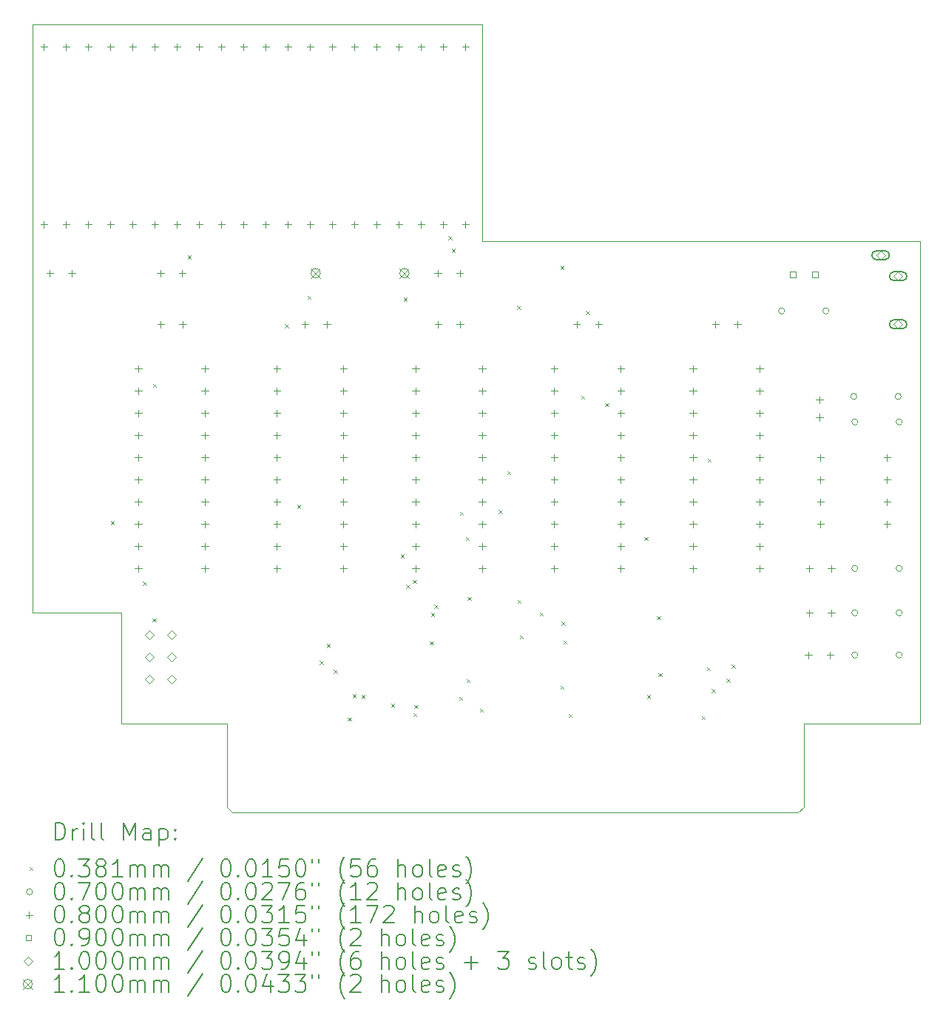
<source format=gbr>
%TF.GenerationSoftware,KiCad,Pcbnew,7.0.7*%
%TF.CreationDate,2023-09-28T21:36:23-07:00*%
%TF.ProjectId,WonrderTANG,576f6e72-6465-4725-9441-4e472e6b6963,rev?*%
%TF.SameCoordinates,Original*%
%TF.FileFunction,Drillmap*%
%TF.FilePolarity,Positive*%
%FSLAX45Y45*%
G04 Gerber Fmt 4.5, Leading zero omitted, Abs format (unit mm)*
G04 Created by KiCad (PCBNEW 7.0.7) date 2023-09-28 21:36:23*
%MOMM*%
%LPD*%
G01*
G04 APERTURE LIST*
%ADD10C,0.050000*%
%ADD11C,0.200000*%
%ADD12C,0.038100*%
%ADD13C,0.070000*%
%ADD14C,0.080000*%
%ADD15C,0.090000*%
%ADD16C,0.100000*%
%ADD17C,0.110000*%
G04 APERTURE END LIST*
D10*
X14478000Y-14287500D02*
X14414500Y-14351000D01*
X7874000Y-14287500D02*
X7874000Y-13335000D01*
X10795000Y-5334000D02*
X10795000Y-7810500D01*
X15811000Y-7816500D02*
X15811500Y-13335000D01*
X14414500Y-14351000D02*
X7937500Y-14351000D01*
X10795000Y-7810500D02*
X15811000Y-7816500D01*
X7874000Y-13335000D02*
X6667500Y-13335000D01*
X14478000Y-13335000D02*
X14478000Y-14287500D01*
X6667500Y-12065000D02*
X5651500Y-12065000D01*
X6667500Y-13335000D02*
X6667500Y-12065000D01*
X5651500Y-12065000D02*
X5651500Y-5334000D01*
X5651500Y-5334000D02*
X10795000Y-5334000D01*
X7937500Y-14351000D02*
X7874000Y-14287500D01*
X15811500Y-13335000D02*
X14478000Y-13335000D01*
D11*
D12*
X6544380Y-11015300D02*
X6582480Y-11053400D01*
X6582480Y-11015300D02*
X6544380Y-11053400D01*
X6911970Y-11708580D02*
X6950070Y-11746680D01*
X6950070Y-11708580D02*
X6911970Y-11746680D01*
X7021400Y-12128760D02*
X7059500Y-12166860D01*
X7059500Y-12128760D02*
X7021400Y-12166860D01*
X7026630Y-9442450D02*
X7064730Y-9480550D01*
X7064730Y-9442450D02*
X7026630Y-9480550D01*
X7424790Y-7976900D02*
X7462890Y-8015000D01*
X7462890Y-7976900D02*
X7424790Y-8015000D01*
X8538150Y-8761570D02*
X8576250Y-8799670D01*
X8576250Y-8761570D02*
X8538150Y-8799670D01*
X8677840Y-10826960D02*
X8715940Y-10865060D01*
X8715940Y-10826960D02*
X8677840Y-10865060D01*
X8797470Y-8436400D02*
X8835570Y-8474500D01*
X8835570Y-8436400D02*
X8797470Y-8474500D01*
X8936550Y-12613820D02*
X8974650Y-12651920D01*
X8974650Y-12613820D02*
X8936550Y-12651920D01*
X9016540Y-12421040D02*
X9054640Y-12459140D01*
X9054640Y-12421040D02*
X9016540Y-12459140D01*
X9096410Y-12715280D02*
X9134510Y-12753380D01*
X9134510Y-12715280D02*
X9096410Y-12753380D01*
X9258860Y-13261130D02*
X9296960Y-13299230D01*
X9296960Y-13261130D02*
X9258860Y-13299230D01*
X9311370Y-12995430D02*
X9349470Y-13033530D01*
X9349470Y-12995430D02*
X9311370Y-13033530D01*
X9413650Y-13004060D02*
X9451750Y-13042160D01*
X9451750Y-13004060D02*
X9413650Y-13042160D01*
X9753810Y-13106430D02*
X9791910Y-13144530D01*
X9791910Y-13106430D02*
X9753810Y-13144530D01*
X9864250Y-11397660D02*
X9902350Y-11435760D01*
X9902350Y-11397660D02*
X9864250Y-11435760D01*
X9897190Y-8459290D02*
X9935290Y-8497390D01*
X9935290Y-8459290D02*
X9897190Y-8497390D01*
X9926670Y-11745130D02*
X9964770Y-11783230D01*
X9964770Y-11745130D02*
X9926670Y-11783230D01*
X10002410Y-11687250D02*
X10040510Y-11725350D01*
X10040510Y-11687250D02*
X10002410Y-11725350D01*
X10008920Y-13212510D02*
X10047020Y-13250610D01*
X10047020Y-13212510D02*
X10008920Y-13250610D01*
X10019660Y-13118280D02*
X10057760Y-13156380D01*
X10057760Y-13118280D02*
X10019660Y-13156380D01*
X10198120Y-12389850D02*
X10236220Y-12427950D01*
X10236220Y-12389850D02*
X10198120Y-12427950D01*
X10208420Y-12064200D02*
X10246520Y-12102300D01*
X10246520Y-12064200D02*
X10208420Y-12102300D01*
X10249190Y-11971790D02*
X10287290Y-12009890D01*
X10287290Y-11971790D02*
X10249190Y-12009890D01*
X10408660Y-7754910D02*
X10446760Y-7793010D01*
X10446760Y-7754910D02*
X10408660Y-7793010D01*
X10445490Y-7900750D02*
X10483590Y-7938850D01*
X10483590Y-7900750D02*
X10445490Y-7938850D01*
X10531230Y-13027220D02*
X10569330Y-13065320D01*
X10569330Y-13027220D02*
X10531230Y-13065320D01*
X10538560Y-10910990D02*
X10576660Y-10949090D01*
X10576660Y-10910990D02*
X10538560Y-10949090D01*
X10607280Y-11196830D02*
X10645380Y-11234930D01*
X10645380Y-11196830D02*
X10607280Y-11234930D01*
X10617070Y-12824700D02*
X10655170Y-12862800D01*
X10655170Y-12824700D02*
X10617070Y-12862800D01*
X10629370Y-11883580D02*
X10667470Y-11921680D01*
X10667470Y-11883580D02*
X10629370Y-11921680D01*
X10768960Y-13161150D02*
X10807060Y-13199250D01*
X10807060Y-13161150D02*
X10768960Y-13199250D01*
X10986020Y-10886980D02*
X11024120Y-10925080D01*
X11024120Y-10886980D02*
X10986020Y-10925080D01*
X11081700Y-10441570D02*
X11119800Y-10479670D01*
X11119800Y-10441570D02*
X11081700Y-10479670D01*
X11196750Y-8551240D02*
X11234850Y-8589340D01*
X11234850Y-8551240D02*
X11196750Y-8589340D01*
X11202670Y-11915730D02*
X11240770Y-11953830D01*
X11240770Y-11915730D02*
X11202670Y-11953830D01*
X11224780Y-12321330D02*
X11262880Y-12359430D01*
X11262880Y-12321330D02*
X11224780Y-12359430D01*
X11455860Y-12062030D02*
X11493960Y-12100130D01*
X11493960Y-12062030D02*
X11455860Y-12100130D01*
X11691320Y-8093930D02*
X11729420Y-8132030D01*
X11729420Y-8093930D02*
X11691320Y-8132030D01*
X11693410Y-12898200D02*
X11731510Y-12936300D01*
X11731510Y-12898200D02*
X11693410Y-12936300D01*
X11705360Y-12166170D02*
X11743460Y-12204270D01*
X11743460Y-12166170D02*
X11705360Y-12204270D01*
X11725360Y-12380650D02*
X11763460Y-12418750D01*
X11763460Y-12380650D02*
X11725360Y-12418750D01*
X11783620Y-13221120D02*
X11821720Y-13259220D01*
X11821720Y-13221120D02*
X11783620Y-13259220D01*
X11930800Y-9579570D02*
X11968900Y-9617670D01*
X11968900Y-9579570D02*
X11930800Y-9617670D01*
X11984500Y-8611710D02*
X12022600Y-8649810D01*
X12022600Y-8611710D02*
X11984500Y-8649810D01*
X12205850Y-9663650D02*
X12243950Y-9701750D01*
X12243950Y-9663650D02*
X12205850Y-9701750D01*
X12652670Y-11195690D02*
X12690770Y-11233790D01*
X12690770Y-11195690D02*
X12652670Y-11233790D01*
X12680950Y-13005390D02*
X12719050Y-13043490D01*
X12719050Y-13005390D02*
X12680950Y-13043490D01*
X12796280Y-12103730D02*
X12834380Y-12141830D01*
X12834380Y-12103730D02*
X12796280Y-12141830D01*
X12812560Y-12755680D02*
X12850660Y-12793780D01*
X12850660Y-12755680D02*
X12812560Y-12793780D01*
X13308380Y-13247240D02*
X13346480Y-13285340D01*
X13346480Y-13247240D02*
X13308380Y-13285340D01*
X13367950Y-12687110D02*
X13406050Y-12725210D01*
X13406050Y-12687110D02*
X13367950Y-12725210D01*
X13376550Y-10299280D02*
X13414650Y-10337380D01*
X13414650Y-10299280D02*
X13376550Y-10337380D01*
X13421750Y-12937280D02*
X13459850Y-12975380D01*
X13459850Y-12937280D02*
X13421750Y-12975380D01*
X13594230Y-12816670D02*
X13632330Y-12854770D01*
X13632330Y-12816670D02*
X13594230Y-12854770D01*
X13652910Y-12658190D02*
X13691010Y-12696290D01*
X13691010Y-12658190D02*
X13652910Y-12696290D01*
D13*
X14259000Y-8610600D02*
G75*
G03*
X14259000Y-8610600I-35000J0D01*
G01*
X14767000Y-8610600D02*
G75*
G03*
X14767000Y-8610600I-35000J0D01*
G01*
X15084500Y-9588500D02*
G75*
G03*
X15084500Y-9588500I-35000J0D01*
G01*
X15097200Y-9880600D02*
G75*
G03*
X15097200Y-9880600I-35000J0D01*
G01*
X15097200Y-11557000D02*
G75*
G03*
X15097200Y-11557000I-35000J0D01*
G01*
X15097200Y-12065000D02*
G75*
G03*
X15097200Y-12065000I-35000J0D01*
G01*
X15097200Y-12547600D02*
G75*
G03*
X15097200Y-12547600I-35000J0D01*
G01*
X15592500Y-9588500D02*
G75*
G03*
X15592500Y-9588500I-35000J0D01*
G01*
X15605200Y-9880600D02*
G75*
G03*
X15605200Y-9880600I-35000J0D01*
G01*
X15605200Y-11557000D02*
G75*
G03*
X15605200Y-11557000I-35000J0D01*
G01*
X15605200Y-12065000D02*
G75*
G03*
X15605200Y-12065000I-35000J0D01*
G01*
X15605200Y-12547600D02*
G75*
G03*
X15605200Y-12547600I-35000J0D01*
G01*
D14*
X5778500Y-5548000D02*
X5778500Y-5628000D01*
X5738500Y-5588000D02*
X5818500Y-5588000D01*
X5778500Y-7580000D02*
X5778500Y-7660000D01*
X5738500Y-7620000D02*
X5818500Y-7620000D01*
X5846000Y-8138800D02*
X5846000Y-8218800D01*
X5806000Y-8178800D02*
X5886000Y-8178800D01*
X6032500Y-5548000D02*
X6032500Y-5628000D01*
X5992500Y-5588000D02*
X6072500Y-5588000D01*
X6032500Y-7580000D02*
X6032500Y-7660000D01*
X5992500Y-7620000D02*
X6072500Y-7620000D01*
X6096000Y-8138800D02*
X6096000Y-8218800D01*
X6056000Y-8178800D02*
X6136000Y-8178800D01*
X6286500Y-5548000D02*
X6286500Y-5628000D01*
X6246500Y-5588000D02*
X6326500Y-5588000D01*
X6286500Y-7580000D02*
X6286500Y-7660000D01*
X6246500Y-7620000D02*
X6326500Y-7620000D01*
X6540500Y-5548000D02*
X6540500Y-5628000D01*
X6500500Y-5588000D02*
X6580500Y-5588000D01*
X6540500Y-7580000D02*
X6540500Y-7660000D01*
X6500500Y-7620000D02*
X6580500Y-7620000D01*
X6794500Y-5548000D02*
X6794500Y-5628000D01*
X6754500Y-5588000D02*
X6834500Y-5588000D01*
X6794500Y-7580000D02*
X6794500Y-7660000D01*
X6754500Y-7620000D02*
X6834500Y-7620000D01*
X6858000Y-9231000D02*
X6858000Y-9311000D01*
X6818000Y-9271000D02*
X6898000Y-9271000D01*
X6858000Y-9485000D02*
X6858000Y-9565000D01*
X6818000Y-9525000D02*
X6898000Y-9525000D01*
X6858000Y-9739000D02*
X6858000Y-9819000D01*
X6818000Y-9779000D02*
X6898000Y-9779000D01*
X6858000Y-9993000D02*
X6858000Y-10073000D01*
X6818000Y-10033000D02*
X6898000Y-10033000D01*
X6858000Y-10247000D02*
X6858000Y-10327000D01*
X6818000Y-10287000D02*
X6898000Y-10287000D01*
X6858000Y-10501000D02*
X6858000Y-10581000D01*
X6818000Y-10541000D02*
X6898000Y-10541000D01*
X6858000Y-10755000D02*
X6858000Y-10835000D01*
X6818000Y-10795000D02*
X6898000Y-10795000D01*
X6858000Y-11009000D02*
X6858000Y-11089000D01*
X6818000Y-11049000D02*
X6898000Y-11049000D01*
X6858000Y-11263000D02*
X6858000Y-11343000D01*
X6818000Y-11303000D02*
X6898000Y-11303000D01*
X6858000Y-11517000D02*
X6858000Y-11597000D01*
X6818000Y-11557000D02*
X6898000Y-11557000D01*
X7048500Y-5548000D02*
X7048500Y-5628000D01*
X7008500Y-5588000D02*
X7088500Y-5588000D01*
X7048500Y-7580000D02*
X7048500Y-7660000D01*
X7008500Y-7620000D02*
X7088500Y-7620000D01*
X7112000Y-8138800D02*
X7112000Y-8218800D01*
X7072000Y-8178800D02*
X7152000Y-8178800D01*
X7116000Y-8723000D02*
X7116000Y-8803000D01*
X7076000Y-8763000D02*
X7156000Y-8763000D01*
X7302500Y-5548000D02*
X7302500Y-5628000D01*
X7262500Y-5588000D02*
X7342500Y-5588000D01*
X7302500Y-7580000D02*
X7302500Y-7660000D01*
X7262500Y-7620000D02*
X7342500Y-7620000D01*
X7362000Y-8138800D02*
X7362000Y-8218800D01*
X7322000Y-8178800D02*
X7402000Y-8178800D01*
X7366000Y-8723000D02*
X7366000Y-8803000D01*
X7326000Y-8763000D02*
X7406000Y-8763000D01*
X7556500Y-5548000D02*
X7556500Y-5628000D01*
X7516500Y-5588000D02*
X7596500Y-5588000D01*
X7556500Y-7580000D02*
X7556500Y-7660000D01*
X7516500Y-7620000D02*
X7596500Y-7620000D01*
X7620000Y-9231000D02*
X7620000Y-9311000D01*
X7580000Y-9271000D02*
X7660000Y-9271000D01*
X7620000Y-9485000D02*
X7620000Y-9565000D01*
X7580000Y-9525000D02*
X7660000Y-9525000D01*
X7620000Y-9739000D02*
X7620000Y-9819000D01*
X7580000Y-9779000D02*
X7660000Y-9779000D01*
X7620000Y-9993000D02*
X7620000Y-10073000D01*
X7580000Y-10033000D02*
X7660000Y-10033000D01*
X7620000Y-10247000D02*
X7620000Y-10327000D01*
X7580000Y-10287000D02*
X7660000Y-10287000D01*
X7620000Y-10501000D02*
X7620000Y-10581000D01*
X7580000Y-10541000D02*
X7660000Y-10541000D01*
X7620000Y-10755000D02*
X7620000Y-10835000D01*
X7580000Y-10795000D02*
X7660000Y-10795000D01*
X7620000Y-11009000D02*
X7620000Y-11089000D01*
X7580000Y-11049000D02*
X7660000Y-11049000D01*
X7620000Y-11263000D02*
X7620000Y-11343000D01*
X7580000Y-11303000D02*
X7660000Y-11303000D01*
X7620000Y-11517000D02*
X7620000Y-11597000D01*
X7580000Y-11557000D02*
X7660000Y-11557000D01*
X7810500Y-5548000D02*
X7810500Y-5628000D01*
X7770500Y-5588000D02*
X7850500Y-5588000D01*
X7810500Y-7580000D02*
X7810500Y-7660000D01*
X7770500Y-7620000D02*
X7850500Y-7620000D01*
X8064500Y-5548000D02*
X8064500Y-5628000D01*
X8024500Y-5588000D02*
X8104500Y-5588000D01*
X8064500Y-7580000D02*
X8064500Y-7660000D01*
X8024500Y-7620000D02*
X8104500Y-7620000D01*
X8318500Y-5548000D02*
X8318500Y-5628000D01*
X8278500Y-5588000D02*
X8358500Y-5588000D01*
X8318500Y-7580000D02*
X8318500Y-7660000D01*
X8278500Y-7620000D02*
X8358500Y-7620000D01*
X8445500Y-9231000D02*
X8445500Y-9311000D01*
X8405500Y-9271000D02*
X8485500Y-9271000D01*
X8445500Y-9485000D02*
X8445500Y-9565000D01*
X8405500Y-9525000D02*
X8485500Y-9525000D01*
X8445500Y-9739000D02*
X8445500Y-9819000D01*
X8405500Y-9779000D02*
X8485500Y-9779000D01*
X8445500Y-9993000D02*
X8445500Y-10073000D01*
X8405500Y-10033000D02*
X8485500Y-10033000D01*
X8445500Y-10247000D02*
X8445500Y-10327000D01*
X8405500Y-10287000D02*
X8485500Y-10287000D01*
X8445500Y-10501000D02*
X8445500Y-10581000D01*
X8405500Y-10541000D02*
X8485500Y-10541000D01*
X8445500Y-10755000D02*
X8445500Y-10835000D01*
X8405500Y-10795000D02*
X8485500Y-10795000D01*
X8445500Y-11009000D02*
X8445500Y-11089000D01*
X8405500Y-11049000D02*
X8485500Y-11049000D01*
X8445500Y-11263000D02*
X8445500Y-11343000D01*
X8405500Y-11303000D02*
X8485500Y-11303000D01*
X8445500Y-11517000D02*
X8445500Y-11597000D01*
X8405500Y-11557000D02*
X8485500Y-11557000D01*
X8572500Y-5548000D02*
X8572500Y-5628000D01*
X8532500Y-5588000D02*
X8612500Y-5588000D01*
X8572500Y-7580000D02*
X8572500Y-7660000D01*
X8532500Y-7620000D02*
X8612500Y-7620000D01*
X8767000Y-8723000D02*
X8767000Y-8803000D01*
X8727000Y-8763000D02*
X8807000Y-8763000D01*
X8826500Y-5548000D02*
X8826500Y-5628000D01*
X8786500Y-5588000D02*
X8866500Y-5588000D01*
X8826500Y-7580000D02*
X8826500Y-7660000D01*
X8786500Y-7620000D02*
X8866500Y-7620000D01*
X9017000Y-8723000D02*
X9017000Y-8803000D01*
X8977000Y-8763000D02*
X9057000Y-8763000D01*
X9080500Y-5548000D02*
X9080500Y-5628000D01*
X9040500Y-5588000D02*
X9120500Y-5588000D01*
X9080500Y-7580000D02*
X9080500Y-7660000D01*
X9040500Y-7620000D02*
X9120500Y-7620000D01*
X9207500Y-9231000D02*
X9207500Y-9311000D01*
X9167500Y-9271000D02*
X9247500Y-9271000D01*
X9207500Y-9485000D02*
X9207500Y-9565000D01*
X9167500Y-9525000D02*
X9247500Y-9525000D01*
X9207500Y-9739000D02*
X9207500Y-9819000D01*
X9167500Y-9779000D02*
X9247500Y-9779000D01*
X9207500Y-9993000D02*
X9207500Y-10073000D01*
X9167500Y-10033000D02*
X9247500Y-10033000D01*
X9207500Y-10247000D02*
X9207500Y-10327000D01*
X9167500Y-10287000D02*
X9247500Y-10287000D01*
X9207500Y-10501000D02*
X9207500Y-10581000D01*
X9167500Y-10541000D02*
X9247500Y-10541000D01*
X9207500Y-10755000D02*
X9207500Y-10835000D01*
X9167500Y-10795000D02*
X9247500Y-10795000D01*
X9207500Y-11009000D02*
X9207500Y-11089000D01*
X9167500Y-11049000D02*
X9247500Y-11049000D01*
X9207500Y-11263000D02*
X9207500Y-11343000D01*
X9167500Y-11303000D02*
X9247500Y-11303000D01*
X9207500Y-11517000D02*
X9207500Y-11597000D01*
X9167500Y-11557000D02*
X9247500Y-11557000D01*
X9334500Y-5548000D02*
X9334500Y-5628000D01*
X9294500Y-5588000D02*
X9374500Y-5588000D01*
X9334500Y-7580000D02*
X9334500Y-7660000D01*
X9294500Y-7620000D02*
X9374500Y-7620000D01*
X9588500Y-5548000D02*
X9588500Y-5628000D01*
X9548500Y-5588000D02*
X9628500Y-5588000D01*
X9588500Y-7580000D02*
X9588500Y-7660000D01*
X9548500Y-7620000D02*
X9628500Y-7620000D01*
X9842500Y-5548000D02*
X9842500Y-5628000D01*
X9802500Y-5588000D02*
X9882500Y-5588000D01*
X9842500Y-7580000D02*
X9842500Y-7660000D01*
X9802500Y-7620000D02*
X9882500Y-7620000D01*
X10033000Y-9231000D02*
X10033000Y-9311000D01*
X9993000Y-9271000D02*
X10073000Y-9271000D01*
X10033000Y-9485000D02*
X10033000Y-9565000D01*
X9993000Y-9525000D02*
X10073000Y-9525000D01*
X10033000Y-9739000D02*
X10033000Y-9819000D01*
X9993000Y-9779000D02*
X10073000Y-9779000D01*
X10033000Y-9993000D02*
X10033000Y-10073000D01*
X9993000Y-10033000D02*
X10073000Y-10033000D01*
X10033000Y-10247000D02*
X10033000Y-10327000D01*
X9993000Y-10287000D02*
X10073000Y-10287000D01*
X10033000Y-10501000D02*
X10033000Y-10581000D01*
X9993000Y-10541000D02*
X10073000Y-10541000D01*
X10033000Y-10755000D02*
X10033000Y-10835000D01*
X9993000Y-10795000D02*
X10073000Y-10795000D01*
X10033000Y-11009000D02*
X10033000Y-11089000D01*
X9993000Y-11049000D02*
X10073000Y-11049000D01*
X10033000Y-11263000D02*
X10033000Y-11343000D01*
X9993000Y-11303000D02*
X10073000Y-11303000D01*
X10033000Y-11517000D02*
X10033000Y-11597000D01*
X9993000Y-11557000D02*
X10073000Y-11557000D01*
X10096500Y-5548000D02*
X10096500Y-5628000D01*
X10056500Y-5588000D02*
X10136500Y-5588000D01*
X10096500Y-7580000D02*
X10096500Y-7660000D01*
X10056500Y-7620000D02*
X10136500Y-7620000D01*
X10289000Y-8138800D02*
X10289000Y-8218800D01*
X10249000Y-8178800D02*
X10329000Y-8178800D01*
X10291000Y-8723000D02*
X10291000Y-8803000D01*
X10251000Y-8763000D02*
X10331000Y-8763000D01*
X10350500Y-5548000D02*
X10350500Y-5628000D01*
X10310500Y-5588000D02*
X10390500Y-5588000D01*
X10350500Y-7580000D02*
X10350500Y-7660000D01*
X10310500Y-7620000D02*
X10390500Y-7620000D01*
X10539000Y-8138800D02*
X10539000Y-8218800D01*
X10499000Y-8178800D02*
X10579000Y-8178800D01*
X10541000Y-8723000D02*
X10541000Y-8803000D01*
X10501000Y-8763000D02*
X10581000Y-8763000D01*
X10604500Y-5548000D02*
X10604500Y-5628000D01*
X10564500Y-5588000D02*
X10644500Y-5588000D01*
X10604500Y-7580000D02*
X10604500Y-7660000D01*
X10564500Y-7620000D02*
X10644500Y-7620000D01*
X10795000Y-9231000D02*
X10795000Y-9311000D01*
X10755000Y-9271000D02*
X10835000Y-9271000D01*
X10795000Y-9485000D02*
X10795000Y-9565000D01*
X10755000Y-9525000D02*
X10835000Y-9525000D01*
X10795000Y-9739000D02*
X10795000Y-9819000D01*
X10755000Y-9779000D02*
X10835000Y-9779000D01*
X10795000Y-9993000D02*
X10795000Y-10073000D01*
X10755000Y-10033000D02*
X10835000Y-10033000D01*
X10795000Y-10247000D02*
X10795000Y-10327000D01*
X10755000Y-10287000D02*
X10835000Y-10287000D01*
X10795000Y-10501000D02*
X10795000Y-10581000D01*
X10755000Y-10541000D02*
X10835000Y-10541000D01*
X10795000Y-10755000D02*
X10795000Y-10835000D01*
X10755000Y-10795000D02*
X10835000Y-10795000D01*
X10795000Y-11009000D02*
X10795000Y-11089000D01*
X10755000Y-11049000D02*
X10835000Y-11049000D01*
X10795000Y-11263000D02*
X10795000Y-11343000D01*
X10755000Y-11303000D02*
X10835000Y-11303000D01*
X10795000Y-11517000D02*
X10795000Y-11597000D01*
X10755000Y-11557000D02*
X10835000Y-11557000D01*
X11620500Y-9231000D02*
X11620500Y-9311000D01*
X11580500Y-9271000D02*
X11660500Y-9271000D01*
X11620500Y-9485000D02*
X11620500Y-9565000D01*
X11580500Y-9525000D02*
X11660500Y-9525000D01*
X11620500Y-9739000D02*
X11620500Y-9819000D01*
X11580500Y-9779000D02*
X11660500Y-9779000D01*
X11620500Y-9993000D02*
X11620500Y-10073000D01*
X11580500Y-10033000D02*
X11660500Y-10033000D01*
X11620500Y-10247000D02*
X11620500Y-10327000D01*
X11580500Y-10287000D02*
X11660500Y-10287000D01*
X11620500Y-10501000D02*
X11620500Y-10581000D01*
X11580500Y-10541000D02*
X11660500Y-10541000D01*
X11620500Y-10755000D02*
X11620500Y-10835000D01*
X11580500Y-10795000D02*
X11660500Y-10795000D01*
X11620500Y-11009000D02*
X11620500Y-11089000D01*
X11580500Y-11049000D02*
X11660500Y-11049000D01*
X11620500Y-11263000D02*
X11620500Y-11343000D01*
X11580500Y-11303000D02*
X11660500Y-11303000D01*
X11620500Y-11517000D02*
X11620500Y-11597000D01*
X11580500Y-11557000D02*
X11660500Y-11557000D01*
X11878500Y-8723000D02*
X11878500Y-8803000D01*
X11838500Y-8763000D02*
X11918500Y-8763000D01*
X12128500Y-8723000D02*
X12128500Y-8803000D01*
X12088500Y-8763000D02*
X12168500Y-8763000D01*
X12382500Y-9231000D02*
X12382500Y-9311000D01*
X12342500Y-9271000D02*
X12422500Y-9271000D01*
X12382500Y-9485000D02*
X12382500Y-9565000D01*
X12342500Y-9525000D02*
X12422500Y-9525000D01*
X12382500Y-9739000D02*
X12382500Y-9819000D01*
X12342500Y-9779000D02*
X12422500Y-9779000D01*
X12382500Y-9993000D02*
X12382500Y-10073000D01*
X12342500Y-10033000D02*
X12422500Y-10033000D01*
X12382500Y-10247000D02*
X12382500Y-10327000D01*
X12342500Y-10287000D02*
X12422500Y-10287000D01*
X12382500Y-10501000D02*
X12382500Y-10581000D01*
X12342500Y-10541000D02*
X12422500Y-10541000D01*
X12382500Y-10755000D02*
X12382500Y-10835000D01*
X12342500Y-10795000D02*
X12422500Y-10795000D01*
X12382500Y-11009000D02*
X12382500Y-11089000D01*
X12342500Y-11049000D02*
X12422500Y-11049000D01*
X12382500Y-11263000D02*
X12382500Y-11343000D01*
X12342500Y-11303000D02*
X12422500Y-11303000D01*
X12382500Y-11517000D02*
X12382500Y-11597000D01*
X12342500Y-11557000D02*
X12422500Y-11557000D01*
X13208000Y-9231000D02*
X13208000Y-9311000D01*
X13168000Y-9271000D02*
X13248000Y-9271000D01*
X13208000Y-9485000D02*
X13208000Y-9565000D01*
X13168000Y-9525000D02*
X13248000Y-9525000D01*
X13208000Y-9739000D02*
X13208000Y-9819000D01*
X13168000Y-9779000D02*
X13248000Y-9779000D01*
X13208000Y-9993000D02*
X13208000Y-10073000D01*
X13168000Y-10033000D02*
X13248000Y-10033000D01*
X13208000Y-10247000D02*
X13208000Y-10327000D01*
X13168000Y-10287000D02*
X13248000Y-10287000D01*
X13208000Y-10501000D02*
X13208000Y-10581000D01*
X13168000Y-10541000D02*
X13248000Y-10541000D01*
X13208000Y-10755000D02*
X13208000Y-10835000D01*
X13168000Y-10795000D02*
X13248000Y-10795000D01*
X13208000Y-11009000D02*
X13208000Y-11089000D01*
X13168000Y-11049000D02*
X13248000Y-11049000D01*
X13208000Y-11263000D02*
X13208000Y-11343000D01*
X13168000Y-11303000D02*
X13248000Y-11303000D01*
X13208000Y-11517000D02*
X13208000Y-11597000D01*
X13168000Y-11557000D02*
X13248000Y-11557000D01*
X13466000Y-8723000D02*
X13466000Y-8803000D01*
X13426000Y-8763000D02*
X13506000Y-8763000D01*
X13716000Y-8723000D02*
X13716000Y-8803000D01*
X13676000Y-8763000D02*
X13756000Y-8763000D01*
X13970000Y-9231000D02*
X13970000Y-9311000D01*
X13930000Y-9271000D02*
X14010000Y-9271000D01*
X13970000Y-9485000D02*
X13970000Y-9565000D01*
X13930000Y-9525000D02*
X14010000Y-9525000D01*
X13970000Y-9739000D02*
X13970000Y-9819000D01*
X13930000Y-9779000D02*
X14010000Y-9779000D01*
X13970000Y-9993000D02*
X13970000Y-10073000D01*
X13930000Y-10033000D02*
X14010000Y-10033000D01*
X13970000Y-10247000D02*
X13970000Y-10327000D01*
X13930000Y-10287000D02*
X14010000Y-10287000D01*
X13970000Y-10501000D02*
X13970000Y-10581000D01*
X13930000Y-10541000D02*
X14010000Y-10541000D01*
X13970000Y-10755000D02*
X13970000Y-10835000D01*
X13930000Y-10795000D02*
X14010000Y-10795000D01*
X13970000Y-11009000D02*
X13970000Y-11089000D01*
X13930000Y-11049000D02*
X14010000Y-11049000D01*
X13970000Y-11263000D02*
X13970000Y-11343000D01*
X13930000Y-11303000D02*
X14010000Y-11303000D01*
X13970000Y-11517000D02*
X13970000Y-11597000D01*
X13930000Y-11557000D02*
X14010000Y-11557000D01*
X14528800Y-12507600D02*
X14528800Y-12587600D01*
X14488800Y-12547600D02*
X14568800Y-12547600D01*
X14541500Y-11517000D02*
X14541500Y-11597000D01*
X14501500Y-11557000D02*
X14581500Y-11557000D01*
X14541500Y-12025000D02*
X14541500Y-12105000D01*
X14501500Y-12065000D02*
X14581500Y-12065000D01*
X14655800Y-9586600D02*
X14655800Y-9666600D01*
X14615800Y-9626600D02*
X14695800Y-9626600D01*
X14655800Y-9786600D02*
X14655800Y-9866600D01*
X14615800Y-9826600D02*
X14695800Y-9826600D01*
X14668500Y-10247000D02*
X14668500Y-10327000D01*
X14628500Y-10287000D02*
X14708500Y-10287000D01*
X14668500Y-10501000D02*
X14668500Y-10581000D01*
X14628500Y-10541000D02*
X14708500Y-10541000D01*
X14668500Y-10755000D02*
X14668500Y-10835000D01*
X14628500Y-10795000D02*
X14708500Y-10795000D01*
X14668500Y-11009000D02*
X14668500Y-11089000D01*
X14628500Y-11049000D02*
X14708500Y-11049000D01*
X14778800Y-12507600D02*
X14778800Y-12587600D01*
X14738800Y-12547600D02*
X14818800Y-12547600D01*
X14791500Y-11517000D02*
X14791500Y-11597000D01*
X14751500Y-11557000D02*
X14831500Y-11557000D01*
X14791500Y-12025000D02*
X14791500Y-12105000D01*
X14751500Y-12065000D02*
X14831500Y-12065000D01*
X15430500Y-10247000D02*
X15430500Y-10327000D01*
X15390500Y-10287000D02*
X15470500Y-10287000D01*
X15430500Y-10501000D02*
X15430500Y-10581000D01*
X15390500Y-10541000D02*
X15470500Y-10541000D01*
X15430500Y-10755000D02*
X15430500Y-10835000D01*
X15390500Y-10795000D02*
X15470500Y-10795000D01*
X15430500Y-11009000D02*
X15430500Y-11089000D01*
X15390500Y-11049000D02*
X15470500Y-11049000D01*
D15*
X14382820Y-8223320D02*
X14382820Y-8159680D01*
X14319180Y-8159680D01*
X14319180Y-8223320D01*
X14382820Y-8223320D01*
X14636820Y-8223320D02*
X14636820Y-8159680D01*
X14573180Y-8159680D01*
X14573180Y-8223320D01*
X14636820Y-8223320D01*
D16*
X6985000Y-12369000D02*
X7035000Y-12319000D01*
X6985000Y-12269000D01*
X6935000Y-12319000D01*
X6985000Y-12369000D01*
X6985000Y-12623000D02*
X7035000Y-12573000D01*
X6985000Y-12523000D01*
X6935000Y-12573000D01*
X6985000Y-12623000D01*
X6985000Y-12877000D02*
X7035000Y-12827000D01*
X6985000Y-12777000D01*
X6935000Y-12827000D01*
X6985000Y-12877000D01*
X7239000Y-12369000D02*
X7289000Y-12319000D01*
X7239000Y-12269000D01*
X7189000Y-12319000D01*
X7239000Y-12369000D01*
X7239000Y-12623000D02*
X7289000Y-12573000D01*
X7239000Y-12523000D01*
X7189000Y-12573000D01*
X7239000Y-12623000D01*
X7239000Y-12877000D02*
X7289000Y-12827000D01*
X7239000Y-12777000D01*
X7189000Y-12827000D01*
X7239000Y-12877000D01*
X15357500Y-8023000D02*
X15407500Y-7973000D01*
X15357500Y-7923000D01*
X15307500Y-7973000D01*
X15357500Y-8023000D01*
D11*
X15307500Y-8023000D02*
X15407500Y-8023000D01*
X15407500Y-8023000D02*
G75*
G03*
X15407500Y-7923000I0J50000D01*
G01*
X15407500Y-7923000D02*
X15307500Y-7923000D01*
X15307500Y-7923000D02*
G75*
G03*
X15307500Y-8023000I0J-50000D01*
G01*
D16*
X15557500Y-8263000D02*
X15607500Y-8213000D01*
X15557500Y-8163000D01*
X15507500Y-8213000D01*
X15557500Y-8263000D01*
D11*
X15507500Y-8263000D02*
X15607500Y-8263000D01*
X15607500Y-8263000D02*
G75*
G03*
X15607500Y-8163000I0J50000D01*
G01*
X15607500Y-8163000D02*
X15507500Y-8163000D01*
X15507500Y-8163000D02*
G75*
G03*
X15507500Y-8263000I0J-50000D01*
G01*
D16*
X15557500Y-8813000D02*
X15607500Y-8763000D01*
X15557500Y-8713000D01*
X15507500Y-8763000D01*
X15557500Y-8813000D01*
D11*
X15507500Y-8813000D02*
X15607500Y-8813000D01*
X15607500Y-8813000D02*
G75*
G03*
X15607500Y-8713000I0J50000D01*
G01*
X15607500Y-8713000D02*
X15507500Y-8713000D01*
X15507500Y-8713000D02*
G75*
G03*
X15507500Y-8813000I0J-50000D01*
G01*
D17*
X8835000Y-8123800D02*
X8945000Y-8233800D01*
X8945000Y-8123800D02*
X8835000Y-8233800D01*
X8945000Y-8178800D02*
G75*
G03*
X8945000Y-8178800I-55000J0D01*
G01*
X9851000Y-8123800D02*
X9961000Y-8233800D01*
X9961000Y-8123800D02*
X9851000Y-8233800D01*
X9961000Y-8178800D02*
G75*
G03*
X9961000Y-8178800I-55000J0D01*
G01*
D11*
X5909777Y-14664984D02*
X5909777Y-14464984D01*
X5909777Y-14464984D02*
X5957396Y-14464984D01*
X5957396Y-14464984D02*
X5985967Y-14474508D01*
X5985967Y-14474508D02*
X6005015Y-14493555D01*
X6005015Y-14493555D02*
X6014539Y-14512603D01*
X6014539Y-14512603D02*
X6024062Y-14550698D01*
X6024062Y-14550698D02*
X6024062Y-14579269D01*
X6024062Y-14579269D02*
X6014539Y-14617365D01*
X6014539Y-14617365D02*
X6005015Y-14636412D01*
X6005015Y-14636412D02*
X5985967Y-14655460D01*
X5985967Y-14655460D02*
X5957396Y-14664984D01*
X5957396Y-14664984D02*
X5909777Y-14664984D01*
X6109777Y-14664984D02*
X6109777Y-14531650D01*
X6109777Y-14569746D02*
X6119301Y-14550698D01*
X6119301Y-14550698D02*
X6128824Y-14541174D01*
X6128824Y-14541174D02*
X6147872Y-14531650D01*
X6147872Y-14531650D02*
X6166920Y-14531650D01*
X6233586Y-14664984D02*
X6233586Y-14531650D01*
X6233586Y-14464984D02*
X6224062Y-14474508D01*
X6224062Y-14474508D02*
X6233586Y-14484031D01*
X6233586Y-14484031D02*
X6243110Y-14474508D01*
X6243110Y-14474508D02*
X6233586Y-14464984D01*
X6233586Y-14464984D02*
X6233586Y-14484031D01*
X6357396Y-14664984D02*
X6338348Y-14655460D01*
X6338348Y-14655460D02*
X6328824Y-14636412D01*
X6328824Y-14636412D02*
X6328824Y-14464984D01*
X6462158Y-14664984D02*
X6443110Y-14655460D01*
X6443110Y-14655460D02*
X6433586Y-14636412D01*
X6433586Y-14636412D02*
X6433586Y-14464984D01*
X6690729Y-14664984D02*
X6690729Y-14464984D01*
X6690729Y-14464984D02*
X6757396Y-14607841D01*
X6757396Y-14607841D02*
X6824062Y-14464984D01*
X6824062Y-14464984D02*
X6824062Y-14664984D01*
X7005015Y-14664984D02*
X7005015Y-14560222D01*
X7005015Y-14560222D02*
X6995491Y-14541174D01*
X6995491Y-14541174D02*
X6976443Y-14531650D01*
X6976443Y-14531650D02*
X6938348Y-14531650D01*
X6938348Y-14531650D02*
X6919301Y-14541174D01*
X7005015Y-14655460D02*
X6985967Y-14664984D01*
X6985967Y-14664984D02*
X6938348Y-14664984D01*
X6938348Y-14664984D02*
X6919301Y-14655460D01*
X6919301Y-14655460D02*
X6909777Y-14636412D01*
X6909777Y-14636412D02*
X6909777Y-14617365D01*
X6909777Y-14617365D02*
X6919301Y-14598317D01*
X6919301Y-14598317D02*
X6938348Y-14588793D01*
X6938348Y-14588793D02*
X6985967Y-14588793D01*
X6985967Y-14588793D02*
X7005015Y-14579269D01*
X7100253Y-14531650D02*
X7100253Y-14731650D01*
X7100253Y-14541174D02*
X7119301Y-14531650D01*
X7119301Y-14531650D02*
X7157396Y-14531650D01*
X7157396Y-14531650D02*
X7176443Y-14541174D01*
X7176443Y-14541174D02*
X7185967Y-14550698D01*
X7185967Y-14550698D02*
X7195491Y-14569746D01*
X7195491Y-14569746D02*
X7195491Y-14626888D01*
X7195491Y-14626888D02*
X7185967Y-14645936D01*
X7185967Y-14645936D02*
X7176443Y-14655460D01*
X7176443Y-14655460D02*
X7157396Y-14664984D01*
X7157396Y-14664984D02*
X7119301Y-14664984D01*
X7119301Y-14664984D02*
X7100253Y-14655460D01*
X7281205Y-14645936D02*
X7290729Y-14655460D01*
X7290729Y-14655460D02*
X7281205Y-14664984D01*
X7281205Y-14664984D02*
X7271682Y-14655460D01*
X7271682Y-14655460D02*
X7281205Y-14645936D01*
X7281205Y-14645936D02*
X7281205Y-14664984D01*
X7281205Y-14541174D02*
X7290729Y-14550698D01*
X7290729Y-14550698D02*
X7281205Y-14560222D01*
X7281205Y-14560222D02*
X7271682Y-14550698D01*
X7271682Y-14550698D02*
X7281205Y-14541174D01*
X7281205Y-14541174D02*
X7281205Y-14560222D01*
D12*
X5610900Y-14974450D02*
X5649000Y-15012550D01*
X5649000Y-14974450D02*
X5610900Y-15012550D01*
D11*
X5947872Y-14884984D02*
X5966920Y-14884984D01*
X5966920Y-14884984D02*
X5985967Y-14894508D01*
X5985967Y-14894508D02*
X5995491Y-14904031D01*
X5995491Y-14904031D02*
X6005015Y-14923079D01*
X6005015Y-14923079D02*
X6014539Y-14961174D01*
X6014539Y-14961174D02*
X6014539Y-15008793D01*
X6014539Y-15008793D02*
X6005015Y-15046888D01*
X6005015Y-15046888D02*
X5995491Y-15065936D01*
X5995491Y-15065936D02*
X5985967Y-15075460D01*
X5985967Y-15075460D02*
X5966920Y-15084984D01*
X5966920Y-15084984D02*
X5947872Y-15084984D01*
X5947872Y-15084984D02*
X5928824Y-15075460D01*
X5928824Y-15075460D02*
X5919301Y-15065936D01*
X5919301Y-15065936D02*
X5909777Y-15046888D01*
X5909777Y-15046888D02*
X5900253Y-15008793D01*
X5900253Y-15008793D02*
X5900253Y-14961174D01*
X5900253Y-14961174D02*
X5909777Y-14923079D01*
X5909777Y-14923079D02*
X5919301Y-14904031D01*
X5919301Y-14904031D02*
X5928824Y-14894508D01*
X5928824Y-14894508D02*
X5947872Y-14884984D01*
X6100253Y-15065936D02*
X6109777Y-15075460D01*
X6109777Y-15075460D02*
X6100253Y-15084984D01*
X6100253Y-15084984D02*
X6090729Y-15075460D01*
X6090729Y-15075460D02*
X6100253Y-15065936D01*
X6100253Y-15065936D02*
X6100253Y-15084984D01*
X6176443Y-14884984D02*
X6300253Y-14884984D01*
X6300253Y-14884984D02*
X6233586Y-14961174D01*
X6233586Y-14961174D02*
X6262158Y-14961174D01*
X6262158Y-14961174D02*
X6281205Y-14970698D01*
X6281205Y-14970698D02*
X6290729Y-14980222D01*
X6290729Y-14980222D02*
X6300253Y-14999269D01*
X6300253Y-14999269D02*
X6300253Y-15046888D01*
X6300253Y-15046888D02*
X6290729Y-15065936D01*
X6290729Y-15065936D02*
X6281205Y-15075460D01*
X6281205Y-15075460D02*
X6262158Y-15084984D01*
X6262158Y-15084984D02*
X6205015Y-15084984D01*
X6205015Y-15084984D02*
X6185967Y-15075460D01*
X6185967Y-15075460D02*
X6176443Y-15065936D01*
X6414539Y-14970698D02*
X6395491Y-14961174D01*
X6395491Y-14961174D02*
X6385967Y-14951650D01*
X6385967Y-14951650D02*
X6376443Y-14932603D01*
X6376443Y-14932603D02*
X6376443Y-14923079D01*
X6376443Y-14923079D02*
X6385967Y-14904031D01*
X6385967Y-14904031D02*
X6395491Y-14894508D01*
X6395491Y-14894508D02*
X6414539Y-14884984D01*
X6414539Y-14884984D02*
X6452634Y-14884984D01*
X6452634Y-14884984D02*
X6471682Y-14894508D01*
X6471682Y-14894508D02*
X6481205Y-14904031D01*
X6481205Y-14904031D02*
X6490729Y-14923079D01*
X6490729Y-14923079D02*
X6490729Y-14932603D01*
X6490729Y-14932603D02*
X6481205Y-14951650D01*
X6481205Y-14951650D02*
X6471682Y-14961174D01*
X6471682Y-14961174D02*
X6452634Y-14970698D01*
X6452634Y-14970698D02*
X6414539Y-14970698D01*
X6414539Y-14970698D02*
X6395491Y-14980222D01*
X6395491Y-14980222D02*
X6385967Y-14989746D01*
X6385967Y-14989746D02*
X6376443Y-15008793D01*
X6376443Y-15008793D02*
X6376443Y-15046888D01*
X6376443Y-15046888D02*
X6385967Y-15065936D01*
X6385967Y-15065936D02*
X6395491Y-15075460D01*
X6395491Y-15075460D02*
X6414539Y-15084984D01*
X6414539Y-15084984D02*
X6452634Y-15084984D01*
X6452634Y-15084984D02*
X6471682Y-15075460D01*
X6471682Y-15075460D02*
X6481205Y-15065936D01*
X6481205Y-15065936D02*
X6490729Y-15046888D01*
X6490729Y-15046888D02*
X6490729Y-15008793D01*
X6490729Y-15008793D02*
X6481205Y-14989746D01*
X6481205Y-14989746D02*
X6471682Y-14980222D01*
X6471682Y-14980222D02*
X6452634Y-14970698D01*
X6681205Y-15084984D02*
X6566920Y-15084984D01*
X6624062Y-15084984D02*
X6624062Y-14884984D01*
X6624062Y-14884984D02*
X6605015Y-14913555D01*
X6605015Y-14913555D02*
X6585967Y-14932603D01*
X6585967Y-14932603D02*
X6566920Y-14942127D01*
X6766920Y-15084984D02*
X6766920Y-14951650D01*
X6766920Y-14970698D02*
X6776443Y-14961174D01*
X6776443Y-14961174D02*
X6795491Y-14951650D01*
X6795491Y-14951650D02*
X6824063Y-14951650D01*
X6824063Y-14951650D02*
X6843110Y-14961174D01*
X6843110Y-14961174D02*
X6852634Y-14980222D01*
X6852634Y-14980222D02*
X6852634Y-15084984D01*
X6852634Y-14980222D02*
X6862158Y-14961174D01*
X6862158Y-14961174D02*
X6881205Y-14951650D01*
X6881205Y-14951650D02*
X6909777Y-14951650D01*
X6909777Y-14951650D02*
X6928824Y-14961174D01*
X6928824Y-14961174D02*
X6938348Y-14980222D01*
X6938348Y-14980222D02*
X6938348Y-15084984D01*
X7033586Y-15084984D02*
X7033586Y-14951650D01*
X7033586Y-14970698D02*
X7043110Y-14961174D01*
X7043110Y-14961174D02*
X7062158Y-14951650D01*
X7062158Y-14951650D02*
X7090729Y-14951650D01*
X7090729Y-14951650D02*
X7109777Y-14961174D01*
X7109777Y-14961174D02*
X7119301Y-14980222D01*
X7119301Y-14980222D02*
X7119301Y-15084984D01*
X7119301Y-14980222D02*
X7128824Y-14961174D01*
X7128824Y-14961174D02*
X7147872Y-14951650D01*
X7147872Y-14951650D02*
X7176443Y-14951650D01*
X7176443Y-14951650D02*
X7195491Y-14961174D01*
X7195491Y-14961174D02*
X7205015Y-14980222D01*
X7205015Y-14980222D02*
X7205015Y-15084984D01*
X7595491Y-14875460D02*
X7424063Y-15132603D01*
X7852634Y-14884984D02*
X7871682Y-14884984D01*
X7871682Y-14884984D02*
X7890729Y-14894508D01*
X7890729Y-14894508D02*
X7900253Y-14904031D01*
X7900253Y-14904031D02*
X7909777Y-14923079D01*
X7909777Y-14923079D02*
X7919301Y-14961174D01*
X7919301Y-14961174D02*
X7919301Y-15008793D01*
X7919301Y-15008793D02*
X7909777Y-15046888D01*
X7909777Y-15046888D02*
X7900253Y-15065936D01*
X7900253Y-15065936D02*
X7890729Y-15075460D01*
X7890729Y-15075460D02*
X7871682Y-15084984D01*
X7871682Y-15084984D02*
X7852634Y-15084984D01*
X7852634Y-15084984D02*
X7833586Y-15075460D01*
X7833586Y-15075460D02*
X7824063Y-15065936D01*
X7824063Y-15065936D02*
X7814539Y-15046888D01*
X7814539Y-15046888D02*
X7805015Y-15008793D01*
X7805015Y-15008793D02*
X7805015Y-14961174D01*
X7805015Y-14961174D02*
X7814539Y-14923079D01*
X7814539Y-14923079D02*
X7824063Y-14904031D01*
X7824063Y-14904031D02*
X7833586Y-14894508D01*
X7833586Y-14894508D02*
X7852634Y-14884984D01*
X8005015Y-15065936D02*
X8014539Y-15075460D01*
X8014539Y-15075460D02*
X8005015Y-15084984D01*
X8005015Y-15084984D02*
X7995491Y-15075460D01*
X7995491Y-15075460D02*
X8005015Y-15065936D01*
X8005015Y-15065936D02*
X8005015Y-15084984D01*
X8138348Y-14884984D02*
X8157396Y-14884984D01*
X8157396Y-14884984D02*
X8176444Y-14894508D01*
X8176444Y-14894508D02*
X8185967Y-14904031D01*
X8185967Y-14904031D02*
X8195491Y-14923079D01*
X8195491Y-14923079D02*
X8205015Y-14961174D01*
X8205015Y-14961174D02*
X8205015Y-15008793D01*
X8205015Y-15008793D02*
X8195491Y-15046888D01*
X8195491Y-15046888D02*
X8185967Y-15065936D01*
X8185967Y-15065936D02*
X8176444Y-15075460D01*
X8176444Y-15075460D02*
X8157396Y-15084984D01*
X8157396Y-15084984D02*
X8138348Y-15084984D01*
X8138348Y-15084984D02*
X8119301Y-15075460D01*
X8119301Y-15075460D02*
X8109777Y-15065936D01*
X8109777Y-15065936D02*
X8100253Y-15046888D01*
X8100253Y-15046888D02*
X8090729Y-15008793D01*
X8090729Y-15008793D02*
X8090729Y-14961174D01*
X8090729Y-14961174D02*
X8100253Y-14923079D01*
X8100253Y-14923079D02*
X8109777Y-14904031D01*
X8109777Y-14904031D02*
X8119301Y-14894508D01*
X8119301Y-14894508D02*
X8138348Y-14884984D01*
X8395491Y-15084984D02*
X8281206Y-15084984D01*
X8338348Y-15084984D02*
X8338348Y-14884984D01*
X8338348Y-14884984D02*
X8319301Y-14913555D01*
X8319301Y-14913555D02*
X8300253Y-14932603D01*
X8300253Y-14932603D02*
X8281206Y-14942127D01*
X8576444Y-14884984D02*
X8481206Y-14884984D01*
X8481206Y-14884984D02*
X8471682Y-14980222D01*
X8471682Y-14980222D02*
X8481206Y-14970698D01*
X8481206Y-14970698D02*
X8500253Y-14961174D01*
X8500253Y-14961174D02*
X8547872Y-14961174D01*
X8547872Y-14961174D02*
X8566920Y-14970698D01*
X8566920Y-14970698D02*
X8576444Y-14980222D01*
X8576444Y-14980222D02*
X8585968Y-14999269D01*
X8585968Y-14999269D02*
X8585968Y-15046888D01*
X8585968Y-15046888D02*
X8576444Y-15065936D01*
X8576444Y-15065936D02*
X8566920Y-15075460D01*
X8566920Y-15075460D02*
X8547872Y-15084984D01*
X8547872Y-15084984D02*
X8500253Y-15084984D01*
X8500253Y-15084984D02*
X8481206Y-15075460D01*
X8481206Y-15075460D02*
X8471682Y-15065936D01*
X8709777Y-14884984D02*
X8728825Y-14884984D01*
X8728825Y-14884984D02*
X8747872Y-14894508D01*
X8747872Y-14894508D02*
X8757396Y-14904031D01*
X8757396Y-14904031D02*
X8766920Y-14923079D01*
X8766920Y-14923079D02*
X8776444Y-14961174D01*
X8776444Y-14961174D02*
X8776444Y-15008793D01*
X8776444Y-15008793D02*
X8766920Y-15046888D01*
X8766920Y-15046888D02*
X8757396Y-15065936D01*
X8757396Y-15065936D02*
X8747872Y-15075460D01*
X8747872Y-15075460D02*
X8728825Y-15084984D01*
X8728825Y-15084984D02*
X8709777Y-15084984D01*
X8709777Y-15084984D02*
X8690729Y-15075460D01*
X8690729Y-15075460D02*
X8681206Y-15065936D01*
X8681206Y-15065936D02*
X8671682Y-15046888D01*
X8671682Y-15046888D02*
X8662158Y-15008793D01*
X8662158Y-15008793D02*
X8662158Y-14961174D01*
X8662158Y-14961174D02*
X8671682Y-14923079D01*
X8671682Y-14923079D02*
X8681206Y-14904031D01*
X8681206Y-14904031D02*
X8690729Y-14894508D01*
X8690729Y-14894508D02*
X8709777Y-14884984D01*
X8852634Y-14884984D02*
X8852634Y-14923079D01*
X8928825Y-14884984D02*
X8928825Y-14923079D01*
X9224063Y-15161174D02*
X9214539Y-15151650D01*
X9214539Y-15151650D02*
X9195491Y-15123079D01*
X9195491Y-15123079D02*
X9185968Y-15104031D01*
X9185968Y-15104031D02*
X9176444Y-15075460D01*
X9176444Y-15075460D02*
X9166920Y-15027841D01*
X9166920Y-15027841D02*
X9166920Y-14989746D01*
X9166920Y-14989746D02*
X9176444Y-14942127D01*
X9176444Y-14942127D02*
X9185968Y-14913555D01*
X9185968Y-14913555D02*
X9195491Y-14894508D01*
X9195491Y-14894508D02*
X9214539Y-14865936D01*
X9214539Y-14865936D02*
X9224063Y-14856412D01*
X9395491Y-14884984D02*
X9300253Y-14884984D01*
X9300253Y-14884984D02*
X9290730Y-14980222D01*
X9290730Y-14980222D02*
X9300253Y-14970698D01*
X9300253Y-14970698D02*
X9319301Y-14961174D01*
X9319301Y-14961174D02*
X9366920Y-14961174D01*
X9366920Y-14961174D02*
X9385968Y-14970698D01*
X9385968Y-14970698D02*
X9395491Y-14980222D01*
X9395491Y-14980222D02*
X9405015Y-14999269D01*
X9405015Y-14999269D02*
X9405015Y-15046888D01*
X9405015Y-15046888D02*
X9395491Y-15065936D01*
X9395491Y-15065936D02*
X9385968Y-15075460D01*
X9385968Y-15075460D02*
X9366920Y-15084984D01*
X9366920Y-15084984D02*
X9319301Y-15084984D01*
X9319301Y-15084984D02*
X9300253Y-15075460D01*
X9300253Y-15075460D02*
X9290730Y-15065936D01*
X9576444Y-14884984D02*
X9538349Y-14884984D01*
X9538349Y-14884984D02*
X9519301Y-14894508D01*
X9519301Y-14894508D02*
X9509777Y-14904031D01*
X9509777Y-14904031D02*
X9490730Y-14932603D01*
X9490730Y-14932603D02*
X9481206Y-14970698D01*
X9481206Y-14970698D02*
X9481206Y-15046888D01*
X9481206Y-15046888D02*
X9490730Y-15065936D01*
X9490730Y-15065936D02*
X9500253Y-15075460D01*
X9500253Y-15075460D02*
X9519301Y-15084984D01*
X9519301Y-15084984D02*
X9557396Y-15084984D01*
X9557396Y-15084984D02*
X9576444Y-15075460D01*
X9576444Y-15075460D02*
X9585968Y-15065936D01*
X9585968Y-15065936D02*
X9595491Y-15046888D01*
X9595491Y-15046888D02*
X9595491Y-14999269D01*
X9595491Y-14999269D02*
X9585968Y-14980222D01*
X9585968Y-14980222D02*
X9576444Y-14970698D01*
X9576444Y-14970698D02*
X9557396Y-14961174D01*
X9557396Y-14961174D02*
X9519301Y-14961174D01*
X9519301Y-14961174D02*
X9500253Y-14970698D01*
X9500253Y-14970698D02*
X9490730Y-14980222D01*
X9490730Y-14980222D02*
X9481206Y-14999269D01*
X9833587Y-15084984D02*
X9833587Y-14884984D01*
X9919301Y-15084984D02*
X9919301Y-14980222D01*
X9919301Y-14980222D02*
X9909777Y-14961174D01*
X9909777Y-14961174D02*
X9890730Y-14951650D01*
X9890730Y-14951650D02*
X9862158Y-14951650D01*
X9862158Y-14951650D02*
X9843111Y-14961174D01*
X9843111Y-14961174D02*
X9833587Y-14970698D01*
X10043111Y-15084984D02*
X10024063Y-15075460D01*
X10024063Y-15075460D02*
X10014539Y-15065936D01*
X10014539Y-15065936D02*
X10005015Y-15046888D01*
X10005015Y-15046888D02*
X10005015Y-14989746D01*
X10005015Y-14989746D02*
X10014539Y-14970698D01*
X10014539Y-14970698D02*
X10024063Y-14961174D01*
X10024063Y-14961174D02*
X10043111Y-14951650D01*
X10043111Y-14951650D02*
X10071682Y-14951650D01*
X10071682Y-14951650D02*
X10090730Y-14961174D01*
X10090730Y-14961174D02*
X10100253Y-14970698D01*
X10100253Y-14970698D02*
X10109777Y-14989746D01*
X10109777Y-14989746D02*
X10109777Y-15046888D01*
X10109777Y-15046888D02*
X10100253Y-15065936D01*
X10100253Y-15065936D02*
X10090730Y-15075460D01*
X10090730Y-15075460D02*
X10071682Y-15084984D01*
X10071682Y-15084984D02*
X10043111Y-15084984D01*
X10224063Y-15084984D02*
X10205015Y-15075460D01*
X10205015Y-15075460D02*
X10195492Y-15056412D01*
X10195492Y-15056412D02*
X10195492Y-14884984D01*
X10376444Y-15075460D02*
X10357396Y-15084984D01*
X10357396Y-15084984D02*
X10319301Y-15084984D01*
X10319301Y-15084984D02*
X10300253Y-15075460D01*
X10300253Y-15075460D02*
X10290730Y-15056412D01*
X10290730Y-15056412D02*
X10290730Y-14980222D01*
X10290730Y-14980222D02*
X10300253Y-14961174D01*
X10300253Y-14961174D02*
X10319301Y-14951650D01*
X10319301Y-14951650D02*
X10357396Y-14951650D01*
X10357396Y-14951650D02*
X10376444Y-14961174D01*
X10376444Y-14961174D02*
X10385968Y-14980222D01*
X10385968Y-14980222D02*
X10385968Y-14999269D01*
X10385968Y-14999269D02*
X10290730Y-15018317D01*
X10462158Y-15075460D02*
X10481206Y-15084984D01*
X10481206Y-15084984D02*
X10519301Y-15084984D01*
X10519301Y-15084984D02*
X10538349Y-15075460D01*
X10538349Y-15075460D02*
X10547873Y-15056412D01*
X10547873Y-15056412D02*
X10547873Y-15046888D01*
X10547873Y-15046888D02*
X10538349Y-15027841D01*
X10538349Y-15027841D02*
X10519301Y-15018317D01*
X10519301Y-15018317D02*
X10490730Y-15018317D01*
X10490730Y-15018317D02*
X10471682Y-15008793D01*
X10471682Y-15008793D02*
X10462158Y-14989746D01*
X10462158Y-14989746D02*
X10462158Y-14980222D01*
X10462158Y-14980222D02*
X10471682Y-14961174D01*
X10471682Y-14961174D02*
X10490730Y-14951650D01*
X10490730Y-14951650D02*
X10519301Y-14951650D01*
X10519301Y-14951650D02*
X10538349Y-14961174D01*
X10614539Y-15161174D02*
X10624063Y-15151650D01*
X10624063Y-15151650D02*
X10643111Y-15123079D01*
X10643111Y-15123079D02*
X10652634Y-15104031D01*
X10652634Y-15104031D02*
X10662158Y-15075460D01*
X10662158Y-15075460D02*
X10671682Y-15027841D01*
X10671682Y-15027841D02*
X10671682Y-14989746D01*
X10671682Y-14989746D02*
X10662158Y-14942127D01*
X10662158Y-14942127D02*
X10652634Y-14913555D01*
X10652634Y-14913555D02*
X10643111Y-14894508D01*
X10643111Y-14894508D02*
X10624063Y-14865936D01*
X10624063Y-14865936D02*
X10614539Y-14856412D01*
D13*
X5649000Y-15257500D02*
G75*
G03*
X5649000Y-15257500I-35000J0D01*
G01*
D11*
X5947872Y-15148984D02*
X5966920Y-15148984D01*
X5966920Y-15148984D02*
X5985967Y-15158508D01*
X5985967Y-15158508D02*
X5995491Y-15168031D01*
X5995491Y-15168031D02*
X6005015Y-15187079D01*
X6005015Y-15187079D02*
X6014539Y-15225174D01*
X6014539Y-15225174D02*
X6014539Y-15272793D01*
X6014539Y-15272793D02*
X6005015Y-15310888D01*
X6005015Y-15310888D02*
X5995491Y-15329936D01*
X5995491Y-15329936D02*
X5985967Y-15339460D01*
X5985967Y-15339460D02*
X5966920Y-15348984D01*
X5966920Y-15348984D02*
X5947872Y-15348984D01*
X5947872Y-15348984D02*
X5928824Y-15339460D01*
X5928824Y-15339460D02*
X5919301Y-15329936D01*
X5919301Y-15329936D02*
X5909777Y-15310888D01*
X5909777Y-15310888D02*
X5900253Y-15272793D01*
X5900253Y-15272793D02*
X5900253Y-15225174D01*
X5900253Y-15225174D02*
X5909777Y-15187079D01*
X5909777Y-15187079D02*
X5919301Y-15168031D01*
X5919301Y-15168031D02*
X5928824Y-15158508D01*
X5928824Y-15158508D02*
X5947872Y-15148984D01*
X6100253Y-15329936D02*
X6109777Y-15339460D01*
X6109777Y-15339460D02*
X6100253Y-15348984D01*
X6100253Y-15348984D02*
X6090729Y-15339460D01*
X6090729Y-15339460D02*
X6100253Y-15329936D01*
X6100253Y-15329936D02*
X6100253Y-15348984D01*
X6176443Y-15148984D02*
X6309777Y-15148984D01*
X6309777Y-15148984D02*
X6224062Y-15348984D01*
X6424062Y-15148984D02*
X6443110Y-15148984D01*
X6443110Y-15148984D02*
X6462158Y-15158508D01*
X6462158Y-15158508D02*
X6471682Y-15168031D01*
X6471682Y-15168031D02*
X6481205Y-15187079D01*
X6481205Y-15187079D02*
X6490729Y-15225174D01*
X6490729Y-15225174D02*
X6490729Y-15272793D01*
X6490729Y-15272793D02*
X6481205Y-15310888D01*
X6481205Y-15310888D02*
X6471682Y-15329936D01*
X6471682Y-15329936D02*
X6462158Y-15339460D01*
X6462158Y-15339460D02*
X6443110Y-15348984D01*
X6443110Y-15348984D02*
X6424062Y-15348984D01*
X6424062Y-15348984D02*
X6405015Y-15339460D01*
X6405015Y-15339460D02*
X6395491Y-15329936D01*
X6395491Y-15329936D02*
X6385967Y-15310888D01*
X6385967Y-15310888D02*
X6376443Y-15272793D01*
X6376443Y-15272793D02*
X6376443Y-15225174D01*
X6376443Y-15225174D02*
X6385967Y-15187079D01*
X6385967Y-15187079D02*
X6395491Y-15168031D01*
X6395491Y-15168031D02*
X6405015Y-15158508D01*
X6405015Y-15158508D02*
X6424062Y-15148984D01*
X6614539Y-15148984D02*
X6633586Y-15148984D01*
X6633586Y-15148984D02*
X6652634Y-15158508D01*
X6652634Y-15158508D02*
X6662158Y-15168031D01*
X6662158Y-15168031D02*
X6671682Y-15187079D01*
X6671682Y-15187079D02*
X6681205Y-15225174D01*
X6681205Y-15225174D02*
X6681205Y-15272793D01*
X6681205Y-15272793D02*
X6671682Y-15310888D01*
X6671682Y-15310888D02*
X6662158Y-15329936D01*
X6662158Y-15329936D02*
X6652634Y-15339460D01*
X6652634Y-15339460D02*
X6633586Y-15348984D01*
X6633586Y-15348984D02*
X6614539Y-15348984D01*
X6614539Y-15348984D02*
X6595491Y-15339460D01*
X6595491Y-15339460D02*
X6585967Y-15329936D01*
X6585967Y-15329936D02*
X6576443Y-15310888D01*
X6576443Y-15310888D02*
X6566920Y-15272793D01*
X6566920Y-15272793D02*
X6566920Y-15225174D01*
X6566920Y-15225174D02*
X6576443Y-15187079D01*
X6576443Y-15187079D02*
X6585967Y-15168031D01*
X6585967Y-15168031D02*
X6595491Y-15158508D01*
X6595491Y-15158508D02*
X6614539Y-15148984D01*
X6766920Y-15348984D02*
X6766920Y-15215650D01*
X6766920Y-15234698D02*
X6776443Y-15225174D01*
X6776443Y-15225174D02*
X6795491Y-15215650D01*
X6795491Y-15215650D02*
X6824063Y-15215650D01*
X6824063Y-15215650D02*
X6843110Y-15225174D01*
X6843110Y-15225174D02*
X6852634Y-15244222D01*
X6852634Y-15244222D02*
X6852634Y-15348984D01*
X6852634Y-15244222D02*
X6862158Y-15225174D01*
X6862158Y-15225174D02*
X6881205Y-15215650D01*
X6881205Y-15215650D02*
X6909777Y-15215650D01*
X6909777Y-15215650D02*
X6928824Y-15225174D01*
X6928824Y-15225174D02*
X6938348Y-15244222D01*
X6938348Y-15244222D02*
X6938348Y-15348984D01*
X7033586Y-15348984D02*
X7033586Y-15215650D01*
X7033586Y-15234698D02*
X7043110Y-15225174D01*
X7043110Y-15225174D02*
X7062158Y-15215650D01*
X7062158Y-15215650D02*
X7090729Y-15215650D01*
X7090729Y-15215650D02*
X7109777Y-15225174D01*
X7109777Y-15225174D02*
X7119301Y-15244222D01*
X7119301Y-15244222D02*
X7119301Y-15348984D01*
X7119301Y-15244222D02*
X7128824Y-15225174D01*
X7128824Y-15225174D02*
X7147872Y-15215650D01*
X7147872Y-15215650D02*
X7176443Y-15215650D01*
X7176443Y-15215650D02*
X7195491Y-15225174D01*
X7195491Y-15225174D02*
X7205015Y-15244222D01*
X7205015Y-15244222D02*
X7205015Y-15348984D01*
X7595491Y-15139460D02*
X7424063Y-15396603D01*
X7852634Y-15148984D02*
X7871682Y-15148984D01*
X7871682Y-15148984D02*
X7890729Y-15158508D01*
X7890729Y-15158508D02*
X7900253Y-15168031D01*
X7900253Y-15168031D02*
X7909777Y-15187079D01*
X7909777Y-15187079D02*
X7919301Y-15225174D01*
X7919301Y-15225174D02*
X7919301Y-15272793D01*
X7919301Y-15272793D02*
X7909777Y-15310888D01*
X7909777Y-15310888D02*
X7900253Y-15329936D01*
X7900253Y-15329936D02*
X7890729Y-15339460D01*
X7890729Y-15339460D02*
X7871682Y-15348984D01*
X7871682Y-15348984D02*
X7852634Y-15348984D01*
X7852634Y-15348984D02*
X7833586Y-15339460D01*
X7833586Y-15339460D02*
X7824063Y-15329936D01*
X7824063Y-15329936D02*
X7814539Y-15310888D01*
X7814539Y-15310888D02*
X7805015Y-15272793D01*
X7805015Y-15272793D02*
X7805015Y-15225174D01*
X7805015Y-15225174D02*
X7814539Y-15187079D01*
X7814539Y-15187079D02*
X7824063Y-15168031D01*
X7824063Y-15168031D02*
X7833586Y-15158508D01*
X7833586Y-15158508D02*
X7852634Y-15148984D01*
X8005015Y-15329936D02*
X8014539Y-15339460D01*
X8014539Y-15339460D02*
X8005015Y-15348984D01*
X8005015Y-15348984D02*
X7995491Y-15339460D01*
X7995491Y-15339460D02*
X8005015Y-15329936D01*
X8005015Y-15329936D02*
X8005015Y-15348984D01*
X8138348Y-15148984D02*
X8157396Y-15148984D01*
X8157396Y-15148984D02*
X8176444Y-15158508D01*
X8176444Y-15158508D02*
X8185967Y-15168031D01*
X8185967Y-15168031D02*
X8195491Y-15187079D01*
X8195491Y-15187079D02*
X8205015Y-15225174D01*
X8205015Y-15225174D02*
X8205015Y-15272793D01*
X8205015Y-15272793D02*
X8195491Y-15310888D01*
X8195491Y-15310888D02*
X8185967Y-15329936D01*
X8185967Y-15329936D02*
X8176444Y-15339460D01*
X8176444Y-15339460D02*
X8157396Y-15348984D01*
X8157396Y-15348984D02*
X8138348Y-15348984D01*
X8138348Y-15348984D02*
X8119301Y-15339460D01*
X8119301Y-15339460D02*
X8109777Y-15329936D01*
X8109777Y-15329936D02*
X8100253Y-15310888D01*
X8100253Y-15310888D02*
X8090729Y-15272793D01*
X8090729Y-15272793D02*
X8090729Y-15225174D01*
X8090729Y-15225174D02*
X8100253Y-15187079D01*
X8100253Y-15187079D02*
X8109777Y-15168031D01*
X8109777Y-15168031D02*
X8119301Y-15158508D01*
X8119301Y-15158508D02*
X8138348Y-15148984D01*
X8281206Y-15168031D02*
X8290729Y-15158508D01*
X8290729Y-15158508D02*
X8309777Y-15148984D01*
X8309777Y-15148984D02*
X8357396Y-15148984D01*
X8357396Y-15148984D02*
X8376444Y-15158508D01*
X8376444Y-15158508D02*
X8385967Y-15168031D01*
X8385967Y-15168031D02*
X8395491Y-15187079D01*
X8395491Y-15187079D02*
X8395491Y-15206127D01*
X8395491Y-15206127D02*
X8385967Y-15234698D01*
X8385967Y-15234698D02*
X8271682Y-15348984D01*
X8271682Y-15348984D02*
X8395491Y-15348984D01*
X8462158Y-15148984D02*
X8595491Y-15148984D01*
X8595491Y-15148984D02*
X8509777Y-15348984D01*
X8757396Y-15148984D02*
X8719301Y-15148984D01*
X8719301Y-15148984D02*
X8700253Y-15158508D01*
X8700253Y-15158508D02*
X8690729Y-15168031D01*
X8690729Y-15168031D02*
X8671682Y-15196603D01*
X8671682Y-15196603D02*
X8662158Y-15234698D01*
X8662158Y-15234698D02*
X8662158Y-15310888D01*
X8662158Y-15310888D02*
X8671682Y-15329936D01*
X8671682Y-15329936D02*
X8681206Y-15339460D01*
X8681206Y-15339460D02*
X8700253Y-15348984D01*
X8700253Y-15348984D02*
X8738349Y-15348984D01*
X8738349Y-15348984D02*
X8757396Y-15339460D01*
X8757396Y-15339460D02*
X8766920Y-15329936D01*
X8766920Y-15329936D02*
X8776444Y-15310888D01*
X8776444Y-15310888D02*
X8776444Y-15263269D01*
X8776444Y-15263269D02*
X8766920Y-15244222D01*
X8766920Y-15244222D02*
X8757396Y-15234698D01*
X8757396Y-15234698D02*
X8738349Y-15225174D01*
X8738349Y-15225174D02*
X8700253Y-15225174D01*
X8700253Y-15225174D02*
X8681206Y-15234698D01*
X8681206Y-15234698D02*
X8671682Y-15244222D01*
X8671682Y-15244222D02*
X8662158Y-15263269D01*
X8852634Y-15148984D02*
X8852634Y-15187079D01*
X8928825Y-15148984D02*
X8928825Y-15187079D01*
X9224063Y-15425174D02*
X9214539Y-15415650D01*
X9214539Y-15415650D02*
X9195491Y-15387079D01*
X9195491Y-15387079D02*
X9185968Y-15368031D01*
X9185968Y-15368031D02*
X9176444Y-15339460D01*
X9176444Y-15339460D02*
X9166920Y-15291841D01*
X9166920Y-15291841D02*
X9166920Y-15253746D01*
X9166920Y-15253746D02*
X9176444Y-15206127D01*
X9176444Y-15206127D02*
X9185968Y-15177555D01*
X9185968Y-15177555D02*
X9195491Y-15158508D01*
X9195491Y-15158508D02*
X9214539Y-15129936D01*
X9214539Y-15129936D02*
X9224063Y-15120412D01*
X9405015Y-15348984D02*
X9290730Y-15348984D01*
X9347872Y-15348984D02*
X9347872Y-15148984D01*
X9347872Y-15148984D02*
X9328825Y-15177555D01*
X9328825Y-15177555D02*
X9309777Y-15196603D01*
X9309777Y-15196603D02*
X9290730Y-15206127D01*
X9481206Y-15168031D02*
X9490730Y-15158508D01*
X9490730Y-15158508D02*
X9509777Y-15148984D01*
X9509777Y-15148984D02*
X9557396Y-15148984D01*
X9557396Y-15148984D02*
X9576444Y-15158508D01*
X9576444Y-15158508D02*
X9585968Y-15168031D01*
X9585968Y-15168031D02*
X9595491Y-15187079D01*
X9595491Y-15187079D02*
X9595491Y-15206127D01*
X9595491Y-15206127D02*
X9585968Y-15234698D01*
X9585968Y-15234698D02*
X9471682Y-15348984D01*
X9471682Y-15348984D02*
X9595491Y-15348984D01*
X9833587Y-15348984D02*
X9833587Y-15148984D01*
X9919301Y-15348984D02*
X9919301Y-15244222D01*
X9919301Y-15244222D02*
X9909777Y-15225174D01*
X9909777Y-15225174D02*
X9890730Y-15215650D01*
X9890730Y-15215650D02*
X9862158Y-15215650D01*
X9862158Y-15215650D02*
X9843111Y-15225174D01*
X9843111Y-15225174D02*
X9833587Y-15234698D01*
X10043111Y-15348984D02*
X10024063Y-15339460D01*
X10024063Y-15339460D02*
X10014539Y-15329936D01*
X10014539Y-15329936D02*
X10005015Y-15310888D01*
X10005015Y-15310888D02*
X10005015Y-15253746D01*
X10005015Y-15253746D02*
X10014539Y-15234698D01*
X10014539Y-15234698D02*
X10024063Y-15225174D01*
X10024063Y-15225174D02*
X10043111Y-15215650D01*
X10043111Y-15215650D02*
X10071682Y-15215650D01*
X10071682Y-15215650D02*
X10090730Y-15225174D01*
X10090730Y-15225174D02*
X10100253Y-15234698D01*
X10100253Y-15234698D02*
X10109777Y-15253746D01*
X10109777Y-15253746D02*
X10109777Y-15310888D01*
X10109777Y-15310888D02*
X10100253Y-15329936D01*
X10100253Y-15329936D02*
X10090730Y-15339460D01*
X10090730Y-15339460D02*
X10071682Y-15348984D01*
X10071682Y-15348984D02*
X10043111Y-15348984D01*
X10224063Y-15348984D02*
X10205015Y-15339460D01*
X10205015Y-15339460D02*
X10195492Y-15320412D01*
X10195492Y-15320412D02*
X10195492Y-15148984D01*
X10376444Y-15339460D02*
X10357396Y-15348984D01*
X10357396Y-15348984D02*
X10319301Y-15348984D01*
X10319301Y-15348984D02*
X10300253Y-15339460D01*
X10300253Y-15339460D02*
X10290730Y-15320412D01*
X10290730Y-15320412D02*
X10290730Y-15244222D01*
X10290730Y-15244222D02*
X10300253Y-15225174D01*
X10300253Y-15225174D02*
X10319301Y-15215650D01*
X10319301Y-15215650D02*
X10357396Y-15215650D01*
X10357396Y-15215650D02*
X10376444Y-15225174D01*
X10376444Y-15225174D02*
X10385968Y-15244222D01*
X10385968Y-15244222D02*
X10385968Y-15263269D01*
X10385968Y-15263269D02*
X10290730Y-15282317D01*
X10462158Y-15339460D02*
X10481206Y-15348984D01*
X10481206Y-15348984D02*
X10519301Y-15348984D01*
X10519301Y-15348984D02*
X10538349Y-15339460D01*
X10538349Y-15339460D02*
X10547873Y-15320412D01*
X10547873Y-15320412D02*
X10547873Y-15310888D01*
X10547873Y-15310888D02*
X10538349Y-15291841D01*
X10538349Y-15291841D02*
X10519301Y-15282317D01*
X10519301Y-15282317D02*
X10490730Y-15282317D01*
X10490730Y-15282317D02*
X10471682Y-15272793D01*
X10471682Y-15272793D02*
X10462158Y-15253746D01*
X10462158Y-15253746D02*
X10462158Y-15244222D01*
X10462158Y-15244222D02*
X10471682Y-15225174D01*
X10471682Y-15225174D02*
X10490730Y-15215650D01*
X10490730Y-15215650D02*
X10519301Y-15215650D01*
X10519301Y-15215650D02*
X10538349Y-15225174D01*
X10614539Y-15425174D02*
X10624063Y-15415650D01*
X10624063Y-15415650D02*
X10643111Y-15387079D01*
X10643111Y-15387079D02*
X10652634Y-15368031D01*
X10652634Y-15368031D02*
X10662158Y-15339460D01*
X10662158Y-15339460D02*
X10671682Y-15291841D01*
X10671682Y-15291841D02*
X10671682Y-15253746D01*
X10671682Y-15253746D02*
X10662158Y-15206127D01*
X10662158Y-15206127D02*
X10652634Y-15177555D01*
X10652634Y-15177555D02*
X10643111Y-15158508D01*
X10643111Y-15158508D02*
X10624063Y-15129936D01*
X10624063Y-15129936D02*
X10614539Y-15120412D01*
D14*
X5609000Y-15481500D02*
X5609000Y-15561500D01*
X5569000Y-15521500D02*
X5649000Y-15521500D01*
D11*
X5947872Y-15412984D02*
X5966920Y-15412984D01*
X5966920Y-15412984D02*
X5985967Y-15422508D01*
X5985967Y-15422508D02*
X5995491Y-15432031D01*
X5995491Y-15432031D02*
X6005015Y-15451079D01*
X6005015Y-15451079D02*
X6014539Y-15489174D01*
X6014539Y-15489174D02*
X6014539Y-15536793D01*
X6014539Y-15536793D02*
X6005015Y-15574888D01*
X6005015Y-15574888D02*
X5995491Y-15593936D01*
X5995491Y-15593936D02*
X5985967Y-15603460D01*
X5985967Y-15603460D02*
X5966920Y-15612984D01*
X5966920Y-15612984D02*
X5947872Y-15612984D01*
X5947872Y-15612984D02*
X5928824Y-15603460D01*
X5928824Y-15603460D02*
X5919301Y-15593936D01*
X5919301Y-15593936D02*
X5909777Y-15574888D01*
X5909777Y-15574888D02*
X5900253Y-15536793D01*
X5900253Y-15536793D02*
X5900253Y-15489174D01*
X5900253Y-15489174D02*
X5909777Y-15451079D01*
X5909777Y-15451079D02*
X5919301Y-15432031D01*
X5919301Y-15432031D02*
X5928824Y-15422508D01*
X5928824Y-15422508D02*
X5947872Y-15412984D01*
X6100253Y-15593936D02*
X6109777Y-15603460D01*
X6109777Y-15603460D02*
X6100253Y-15612984D01*
X6100253Y-15612984D02*
X6090729Y-15603460D01*
X6090729Y-15603460D02*
X6100253Y-15593936D01*
X6100253Y-15593936D02*
X6100253Y-15612984D01*
X6224062Y-15498698D02*
X6205015Y-15489174D01*
X6205015Y-15489174D02*
X6195491Y-15479650D01*
X6195491Y-15479650D02*
X6185967Y-15460603D01*
X6185967Y-15460603D02*
X6185967Y-15451079D01*
X6185967Y-15451079D02*
X6195491Y-15432031D01*
X6195491Y-15432031D02*
X6205015Y-15422508D01*
X6205015Y-15422508D02*
X6224062Y-15412984D01*
X6224062Y-15412984D02*
X6262158Y-15412984D01*
X6262158Y-15412984D02*
X6281205Y-15422508D01*
X6281205Y-15422508D02*
X6290729Y-15432031D01*
X6290729Y-15432031D02*
X6300253Y-15451079D01*
X6300253Y-15451079D02*
X6300253Y-15460603D01*
X6300253Y-15460603D02*
X6290729Y-15479650D01*
X6290729Y-15479650D02*
X6281205Y-15489174D01*
X6281205Y-15489174D02*
X6262158Y-15498698D01*
X6262158Y-15498698D02*
X6224062Y-15498698D01*
X6224062Y-15498698D02*
X6205015Y-15508222D01*
X6205015Y-15508222D02*
X6195491Y-15517746D01*
X6195491Y-15517746D02*
X6185967Y-15536793D01*
X6185967Y-15536793D02*
X6185967Y-15574888D01*
X6185967Y-15574888D02*
X6195491Y-15593936D01*
X6195491Y-15593936D02*
X6205015Y-15603460D01*
X6205015Y-15603460D02*
X6224062Y-15612984D01*
X6224062Y-15612984D02*
X6262158Y-15612984D01*
X6262158Y-15612984D02*
X6281205Y-15603460D01*
X6281205Y-15603460D02*
X6290729Y-15593936D01*
X6290729Y-15593936D02*
X6300253Y-15574888D01*
X6300253Y-15574888D02*
X6300253Y-15536793D01*
X6300253Y-15536793D02*
X6290729Y-15517746D01*
X6290729Y-15517746D02*
X6281205Y-15508222D01*
X6281205Y-15508222D02*
X6262158Y-15498698D01*
X6424062Y-15412984D02*
X6443110Y-15412984D01*
X6443110Y-15412984D02*
X6462158Y-15422508D01*
X6462158Y-15422508D02*
X6471682Y-15432031D01*
X6471682Y-15432031D02*
X6481205Y-15451079D01*
X6481205Y-15451079D02*
X6490729Y-15489174D01*
X6490729Y-15489174D02*
X6490729Y-15536793D01*
X6490729Y-15536793D02*
X6481205Y-15574888D01*
X6481205Y-15574888D02*
X6471682Y-15593936D01*
X6471682Y-15593936D02*
X6462158Y-15603460D01*
X6462158Y-15603460D02*
X6443110Y-15612984D01*
X6443110Y-15612984D02*
X6424062Y-15612984D01*
X6424062Y-15612984D02*
X6405015Y-15603460D01*
X6405015Y-15603460D02*
X6395491Y-15593936D01*
X6395491Y-15593936D02*
X6385967Y-15574888D01*
X6385967Y-15574888D02*
X6376443Y-15536793D01*
X6376443Y-15536793D02*
X6376443Y-15489174D01*
X6376443Y-15489174D02*
X6385967Y-15451079D01*
X6385967Y-15451079D02*
X6395491Y-15432031D01*
X6395491Y-15432031D02*
X6405015Y-15422508D01*
X6405015Y-15422508D02*
X6424062Y-15412984D01*
X6614539Y-15412984D02*
X6633586Y-15412984D01*
X6633586Y-15412984D02*
X6652634Y-15422508D01*
X6652634Y-15422508D02*
X6662158Y-15432031D01*
X6662158Y-15432031D02*
X6671682Y-15451079D01*
X6671682Y-15451079D02*
X6681205Y-15489174D01*
X6681205Y-15489174D02*
X6681205Y-15536793D01*
X6681205Y-15536793D02*
X6671682Y-15574888D01*
X6671682Y-15574888D02*
X6662158Y-15593936D01*
X6662158Y-15593936D02*
X6652634Y-15603460D01*
X6652634Y-15603460D02*
X6633586Y-15612984D01*
X6633586Y-15612984D02*
X6614539Y-15612984D01*
X6614539Y-15612984D02*
X6595491Y-15603460D01*
X6595491Y-15603460D02*
X6585967Y-15593936D01*
X6585967Y-15593936D02*
X6576443Y-15574888D01*
X6576443Y-15574888D02*
X6566920Y-15536793D01*
X6566920Y-15536793D02*
X6566920Y-15489174D01*
X6566920Y-15489174D02*
X6576443Y-15451079D01*
X6576443Y-15451079D02*
X6585967Y-15432031D01*
X6585967Y-15432031D02*
X6595491Y-15422508D01*
X6595491Y-15422508D02*
X6614539Y-15412984D01*
X6766920Y-15612984D02*
X6766920Y-15479650D01*
X6766920Y-15498698D02*
X6776443Y-15489174D01*
X6776443Y-15489174D02*
X6795491Y-15479650D01*
X6795491Y-15479650D02*
X6824063Y-15479650D01*
X6824063Y-15479650D02*
X6843110Y-15489174D01*
X6843110Y-15489174D02*
X6852634Y-15508222D01*
X6852634Y-15508222D02*
X6852634Y-15612984D01*
X6852634Y-15508222D02*
X6862158Y-15489174D01*
X6862158Y-15489174D02*
X6881205Y-15479650D01*
X6881205Y-15479650D02*
X6909777Y-15479650D01*
X6909777Y-15479650D02*
X6928824Y-15489174D01*
X6928824Y-15489174D02*
X6938348Y-15508222D01*
X6938348Y-15508222D02*
X6938348Y-15612984D01*
X7033586Y-15612984D02*
X7033586Y-15479650D01*
X7033586Y-15498698D02*
X7043110Y-15489174D01*
X7043110Y-15489174D02*
X7062158Y-15479650D01*
X7062158Y-15479650D02*
X7090729Y-15479650D01*
X7090729Y-15479650D02*
X7109777Y-15489174D01*
X7109777Y-15489174D02*
X7119301Y-15508222D01*
X7119301Y-15508222D02*
X7119301Y-15612984D01*
X7119301Y-15508222D02*
X7128824Y-15489174D01*
X7128824Y-15489174D02*
X7147872Y-15479650D01*
X7147872Y-15479650D02*
X7176443Y-15479650D01*
X7176443Y-15479650D02*
X7195491Y-15489174D01*
X7195491Y-15489174D02*
X7205015Y-15508222D01*
X7205015Y-15508222D02*
X7205015Y-15612984D01*
X7595491Y-15403460D02*
X7424063Y-15660603D01*
X7852634Y-15412984D02*
X7871682Y-15412984D01*
X7871682Y-15412984D02*
X7890729Y-15422508D01*
X7890729Y-15422508D02*
X7900253Y-15432031D01*
X7900253Y-15432031D02*
X7909777Y-15451079D01*
X7909777Y-15451079D02*
X7919301Y-15489174D01*
X7919301Y-15489174D02*
X7919301Y-15536793D01*
X7919301Y-15536793D02*
X7909777Y-15574888D01*
X7909777Y-15574888D02*
X7900253Y-15593936D01*
X7900253Y-15593936D02*
X7890729Y-15603460D01*
X7890729Y-15603460D02*
X7871682Y-15612984D01*
X7871682Y-15612984D02*
X7852634Y-15612984D01*
X7852634Y-15612984D02*
X7833586Y-15603460D01*
X7833586Y-15603460D02*
X7824063Y-15593936D01*
X7824063Y-15593936D02*
X7814539Y-15574888D01*
X7814539Y-15574888D02*
X7805015Y-15536793D01*
X7805015Y-15536793D02*
X7805015Y-15489174D01*
X7805015Y-15489174D02*
X7814539Y-15451079D01*
X7814539Y-15451079D02*
X7824063Y-15432031D01*
X7824063Y-15432031D02*
X7833586Y-15422508D01*
X7833586Y-15422508D02*
X7852634Y-15412984D01*
X8005015Y-15593936D02*
X8014539Y-15603460D01*
X8014539Y-15603460D02*
X8005015Y-15612984D01*
X8005015Y-15612984D02*
X7995491Y-15603460D01*
X7995491Y-15603460D02*
X8005015Y-15593936D01*
X8005015Y-15593936D02*
X8005015Y-15612984D01*
X8138348Y-15412984D02*
X8157396Y-15412984D01*
X8157396Y-15412984D02*
X8176444Y-15422508D01*
X8176444Y-15422508D02*
X8185967Y-15432031D01*
X8185967Y-15432031D02*
X8195491Y-15451079D01*
X8195491Y-15451079D02*
X8205015Y-15489174D01*
X8205015Y-15489174D02*
X8205015Y-15536793D01*
X8205015Y-15536793D02*
X8195491Y-15574888D01*
X8195491Y-15574888D02*
X8185967Y-15593936D01*
X8185967Y-15593936D02*
X8176444Y-15603460D01*
X8176444Y-15603460D02*
X8157396Y-15612984D01*
X8157396Y-15612984D02*
X8138348Y-15612984D01*
X8138348Y-15612984D02*
X8119301Y-15603460D01*
X8119301Y-15603460D02*
X8109777Y-15593936D01*
X8109777Y-15593936D02*
X8100253Y-15574888D01*
X8100253Y-15574888D02*
X8090729Y-15536793D01*
X8090729Y-15536793D02*
X8090729Y-15489174D01*
X8090729Y-15489174D02*
X8100253Y-15451079D01*
X8100253Y-15451079D02*
X8109777Y-15432031D01*
X8109777Y-15432031D02*
X8119301Y-15422508D01*
X8119301Y-15422508D02*
X8138348Y-15412984D01*
X8271682Y-15412984D02*
X8395491Y-15412984D01*
X8395491Y-15412984D02*
X8328825Y-15489174D01*
X8328825Y-15489174D02*
X8357396Y-15489174D01*
X8357396Y-15489174D02*
X8376444Y-15498698D01*
X8376444Y-15498698D02*
X8385967Y-15508222D01*
X8385967Y-15508222D02*
X8395491Y-15527269D01*
X8395491Y-15527269D02*
X8395491Y-15574888D01*
X8395491Y-15574888D02*
X8385967Y-15593936D01*
X8385967Y-15593936D02*
X8376444Y-15603460D01*
X8376444Y-15603460D02*
X8357396Y-15612984D01*
X8357396Y-15612984D02*
X8300253Y-15612984D01*
X8300253Y-15612984D02*
X8281206Y-15603460D01*
X8281206Y-15603460D02*
X8271682Y-15593936D01*
X8585968Y-15612984D02*
X8471682Y-15612984D01*
X8528825Y-15612984D02*
X8528825Y-15412984D01*
X8528825Y-15412984D02*
X8509777Y-15441555D01*
X8509777Y-15441555D02*
X8490729Y-15460603D01*
X8490729Y-15460603D02*
X8471682Y-15470127D01*
X8766920Y-15412984D02*
X8671682Y-15412984D01*
X8671682Y-15412984D02*
X8662158Y-15508222D01*
X8662158Y-15508222D02*
X8671682Y-15498698D01*
X8671682Y-15498698D02*
X8690729Y-15489174D01*
X8690729Y-15489174D02*
X8738349Y-15489174D01*
X8738349Y-15489174D02*
X8757396Y-15498698D01*
X8757396Y-15498698D02*
X8766920Y-15508222D01*
X8766920Y-15508222D02*
X8776444Y-15527269D01*
X8776444Y-15527269D02*
X8776444Y-15574888D01*
X8776444Y-15574888D02*
X8766920Y-15593936D01*
X8766920Y-15593936D02*
X8757396Y-15603460D01*
X8757396Y-15603460D02*
X8738349Y-15612984D01*
X8738349Y-15612984D02*
X8690729Y-15612984D01*
X8690729Y-15612984D02*
X8671682Y-15603460D01*
X8671682Y-15603460D02*
X8662158Y-15593936D01*
X8852634Y-15412984D02*
X8852634Y-15451079D01*
X8928825Y-15412984D02*
X8928825Y-15451079D01*
X9224063Y-15689174D02*
X9214539Y-15679650D01*
X9214539Y-15679650D02*
X9195491Y-15651079D01*
X9195491Y-15651079D02*
X9185968Y-15632031D01*
X9185968Y-15632031D02*
X9176444Y-15603460D01*
X9176444Y-15603460D02*
X9166920Y-15555841D01*
X9166920Y-15555841D02*
X9166920Y-15517746D01*
X9166920Y-15517746D02*
X9176444Y-15470127D01*
X9176444Y-15470127D02*
X9185968Y-15441555D01*
X9185968Y-15441555D02*
X9195491Y-15422508D01*
X9195491Y-15422508D02*
X9214539Y-15393936D01*
X9214539Y-15393936D02*
X9224063Y-15384412D01*
X9405015Y-15612984D02*
X9290730Y-15612984D01*
X9347872Y-15612984D02*
X9347872Y-15412984D01*
X9347872Y-15412984D02*
X9328825Y-15441555D01*
X9328825Y-15441555D02*
X9309777Y-15460603D01*
X9309777Y-15460603D02*
X9290730Y-15470127D01*
X9471682Y-15412984D02*
X9605015Y-15412984D01*
X9605015Y-15412984D02*
X9519301Y-15612984D01*
X9671682Y-15432031D02*
X9681206Y-15422508D01*
X9681206Y-15422508D02*
X9700253Y-15412984D01*
X9700253Y-15412984D02*
X9747872Y-15412984D01*
X9747872Y-15412984D02*
X9766920Y-15422508D01*
X9766920Y-15422508D02*
X9776444Y-15432031D01*
X9776444Y-15432031D02*
X9785968Y-15451079D01*
X9785968Y-15451079D02*
X9785968Y-15470127D01*
X9785968Y-15470127D02*
X9776444Y-15498698D01*
X9776444Y-15498698D02*
X9662158Y-15612984D01*
X9662158Y-15612984D02*
X9785968Y-15612984D01*
X10024063Y-15612984D02*
X10024063Y-15412984D01*
X10109777Y-15612984D02*
X10109777Y-15508222D01*
X10109777Y-15508222D02*
X10100253Y-15489174D01*
X10100253Y-15489174D02*
X10081206Y-15479650D01*
X10081206Y-15479650D02*
X10052634Y-15479650D01*
X10052634Y-15479650D02*
X10033587Y-15489174D01*
X10033587Y-15489174D02*
X10024063Y-15498698D01*
X10233587Y-15612984D02*
X10214539Y-15603460D01*
X10214539Y-15603460D02*
X10205015Y-15593936D01*
X10205015Y-15593936D02*
X10195492Y-15574888D01*
X10195492Y-15574888D02*
X10195492Y-15517746D01*
X10195492Y-15517746D02*
X10205015Y-15498698D01*
X10205015Y-15498698D02*
X10214539Y-15489174D01*
X10214539Y-15489174D02*
X10233587Y-15479650D01*
X10233587Y-15479650D02*
X10262158Y-15479650D01*
X10262158Y-15479650D02*
X10281206Y-15489174D01*
X10281206Y-15489174D02*
X10290730Y-15498698D01*
X10290730Y-15498698D02*
X10300253Y-15517746D01*
X10300253Y-15517746D02*
X10300253Y-15574888D01*
X10300253Y-15574888D02*
X10290730Y-15593936D01*
X10290730Y-15593936D02*
X10281206Y-15603460D01*
X10281206Y-15603460D02*
X10262158Y-15612984D01*
X10262158Y-15612984D02*
X10233587Y-15612984D01*
X10414539Y-15612984D02*
X10395492Y-15603460D01*
X10395492Y-15603460D02*
X10385968Y-15584412D01*
X10385968Y-15584412D02*
X10385968Y-15412984D01*
X10566920Y-15603460D02*
X10547873Y-15612984D01*
X10547873Y-15612984D02*
X10509777Y-15612984D01*
X10509777Y-15612984D02*
X10490730Y-15603460D01*
X10490730Y-15603460D02*
X10481206Y-15584412D01*
X10481206Y-15584412D02*
X10481206Y-15508222D01*
X10481206Y-15508222D02*
X10490730Y-15489174D01*
X10490730Y-15489174D02*
X10509777Y-15479650D01*
X10509777Y-15479650D02*
X10547873Y-15479650D01*
X10547873Y-15479650D02*
X10566920Y-15489174D01*
X10566920Y-15489174D02*
X10576444Y-15508222D01*
X10576444Y-15508222D02*
X10576444Y-15527269D01*
X10576444Y-15527269D02*
X10481206Y-15546317D01*
X10652634Y-15603460D02*
X10671682Y-15612984D01*
X10671682Y-15612984D02*
X10709777Y-15612984D01*
X10709777Y-15612984D02*
X10728825Y-15603460D01*
X10728825Y-15603460D02*
X10738349Y-15584412D01*
X10738349Y-15584412D02*
X10738349Y-15574888D01*
X10738349Y-15574888D02*
X10728825Y-15555841D01*
X10728825Y-15555841D02*
X10709777Y-15546317D01*
X10709777Y-15546317D02*
X10681206Y-15546317D01*
X10681206Y-15546317D02*
X10662158Y-15536793D01*
X10662158Y-15536793D02*
X10652634Y-15517746D01*
X10652634Y-15517746D02*
X10652634Y-15508222D01*
X10652634Y-15508222D02*
X10662158Y-15489174D01*
X10662158Y-15489174D02*
X10681206Y-15479650D01*
X10681206Y-15479650D02*
X10709777Y-15479650D01*
X10709777Y-15479650D02*
X10728825Y-15489174D01*
X10805015Y-15689174D02*
X10814539Y-15679650D01*
X10814539Y-15679650D02*
X10833587Y-15651079D01*
X10833587Y-15651079D02*
X10843111Y-15632031D01*
X10843111Y-15632031D02*
X10852634Y-15603460D01*
X10852634Y-15603460D02*
X10862158Y-15555841D01*
X10862158Y-15555841D02*
X10862158Y-15517746D01*
X10862158Y-15517746D02*
X10852634Y-15470127D01*
X10852634Y-15470127D02*
X10843111Y-15441555D01*
X10843111Y-15441555D02*
X10833587Y-15422508D01*
X10833587Y-15422508D02*
X10814539Y-15393936D01*
X10814539Y-15393936D02*
X10805015Y-15384412D01*
D15*
X5635820Y-15817320D02*
X5635820Y-15753680D01*
X5572180Y-15753680D01*
X5572180Y-15817320D01*
X5635820Y-15817320D01*
D11*
X5947872Y-15676984D02*
X5966920Y-15676984D01*
X5966920Y-15676984D02*
X5985967Y-15686508D01*
X5985967Y-15686508D02*
X5995491Y-15696031D01*
X5995491Y-15696031D02*
X6005015Y-15715079D01*
X6005015Y-15715079D02*
X6014539Y-15753174D01*
X6014539Y-15753174D02*
X6014539Y-15800793D01*
X6014539Y-15800793D02*
X6005015Y-15838888D01*
X6005015Y-15838888D02*
X5995491Y-15857936D01*
X5995491Y-15857936D02*
X5985967Y-15867460D01*
X5985967Y-15867460D02*
X5966920Y-15876984D01*
X5966920Y-15876984D02*
X5947872Y-15876984D01*
X5947872Y-15876984D02*
X5928824Y-15867460D01*
X5928824Y-15867460D02*
X5919301Y-15857936D01*
X5919301Y-15857936D02*
X5909777Y-15838888D01*
X5909777Y-15838888D02*
X5900253Y-15800793D01*
X5900253Y-15800793D02*
X5900253Y-15753174D01*
X5900253Y-15753174D02*
X5909777Y-15715079D01*
X5909777Y-15715079D02*
X5919301Y-15696031D01*
X5919301Y-15696031D02*
X5928824Y-15686508D01*
X5928824Y-15686508D02*
X5947872Y-15676984D01*
X6100253Y-15857936D02*
X6109777Y-15867460D01*
X6109777Y-15867460D02*
X6100253Y-15876984D01*
X6100253Y-15876984D02*
X6090729Y-15867460D01*
X6090729Y-15867460D02*
X6100253Y-15857936D01*
X6100253Y-15857936D02*
X6100253Y-15876984D01*
X6205015Y-15876984D02*
X6243110Y-15876984D01*
X6243110Y-15876984D02*
X6262158Y-15867460D01*
X6262158Y-15867460D02*
X6271682Y-15857936D01*
X6271682Y-15857936D02*
X6290729Y-15829365D01*
X6290729Y-15829365D02*
X6300253Y-15791269D01*
X6300253Y-15791269D02*
X6300253Y-15715079D01*
X6300253Y-15715079D02*
X6290729Y-15696031D01*
X6290729Y-15696031D02*
X6281205Y-15686508D01*
X6281205Y-15686508D02*
X6262158Y-15676984D01*
X6262158Y-15676984D02*
X6224062Y-15676984D01*
X6224062Y-15676984D02*
X6205015Y-15686508D01*
X6205015Y-15686508D02*
X6195491Y-15696031D01*
X6195491Y-15696031D02*
X6185967Y-15715079D01*
X6185967Y-15715079D02*
X6185967Y-15762698D01*
X6185967Y-15762698D02*
X6195491Y-15781746D01*
X6195491Y-15781746D02*
X6205015Y-15791269D01*
X6205015Y-15791269D02*
X6224062Y-15800793D01*
X6224062Y-15800793D02*
X6262158Y-15800793D01*
X6262158Y-15800793D02*
X6281205Y-15791269D01*
X6281205Y-15791269D02*
X6290729Y-15781746D01*
X6290729Y-15781746D02*
X6300253Y-15762698D01*
X6424062Y-15676984D02*
X6443110Y-15676984D01*
X6443110Y-15676984D02*
X6462158Y-15686508D01*
X6462158Y-15686508D02*
X6471682Y-15696031D01*
X6471682Y-15696031D02*
X6481205Y-15715079D01*
X6481205Y-15715079D02*
X6490729Y-15753174D01*
X6490729Y-15753174D02*
X6490729Y-15800793D01*
X6490729Y-15800793D02*
X6481205Y-15838888D01*
X6481205Y-15838888D02*
X6471682Y-15857936D01*
X6471682Y-15857936D02*
X6462158Y-15867460D01*
X6462158Y-15867460D02*
X6443110Y-15876984D01*
X6443110Y-15876984D02*
X6424062Y-15876984D01*
X6424062Y-15876984D02*
X6405015Y-15867460D01*
X6405015Y-15867460D02*
X6395491Y-15857936D01*
X6395491Y-15857936D02*
X6385967Y-15838888D01*
X6385967Y-15838888D02*
X6376443Y-15800793D01*
X6376443Y-15800793D02*
X6376443Y-15753174D01*
X6376443Y-15753174D02*
X6385967Y-15715079D01*
X6385967Y-15715079D02*
X6395491Y-15696031D01*
X6395491Y-15696031D02*
X6405015Y-15686508D01*
X6405015Y-15686508D02*
X6424062Y-15676984D01*
X6614539Y-15676984D02*
X6633586Y-15676984D01*
X6633586Y-15676984D02*
X6652634Y-15686508D01*
X6652634Y-15686508D02*
X6662158Y-15696031D01*
X6662158Y-15696031D02*
X6671682Y-15715079D01*
X6671682Y-15715079D02*
X6681205Y-15753174D01*
X6681205Y-15753174D02*
X6681205Y-15800793D01*
X6681205Y-15800793D02*
X6671682Y-15838888D01*
X6671682Y-15838888D02*
X6662158Y-15857936D01*
X6662158Y-15857936D02*
X6652634Y-15867460D01*
X6652634Y-15867460D02*
X6633586Y-15876984D01*
X6633586Y-15876984D02*
X6614539Y-15876984D01*
X6614539Y-15876984D02*
X6595491Y-15867460D01*
X6595491Y-15867460D02*
X6585967Y-15857936D01*
X6585967Y-15857936D02*
X6576443Y-15838888D01*
X6576443Y-15838888D02*
X6566920Y-15800793D01*
X6566920Y-15800793D02*
X6566920Y-15753174D01*
X6566920Y-15753174D02*
X6576443Y-15715079D01*
X6576443Y-15715079D02*
X6585967Y-15696031D01*
X6585967Y-15696031D02*
X6595491Y-15686508D01*
X6595491Y-15686508D02*
X6614539Y-15676984D01*
X6766920Y-15876984D02*
X6766920Y-15743650D01*
X6766920Y-15762698D02*
X6776443Y-15753174D01*
X6776443Y-15753174D02*
X6795491Y-15743650D01*
X6795491Y-15743650D02*
X6824063Y-15743650D01*
X6824063Y-15743650D02*
X6843110Y-15753174D01*
X6843110Y-15753174D02*
X6852634Y-15772222D01*
X6852634Y-15772222D02*
X6852634Y-15876984D01*
X6852634Y-15772222D02*
X6862158Y-15753174D01*
X6862158Y-15753174D02*
X6881205Y-15743650D01*
X6881205Y-15743650D02*
X6909777Y-15743650D01*
X6909777Y-15743650D02*
X6928824Y-15753174D01*
X6928824Y-15753174D02*
X6938348Y-15772222D01*
X6938348Y-15772222D02*
X6938348Y-15876984D01*
X7033586Y-15876984D02*
X7033586Y-15743650D01*
X7033586Y-15762698D02*
X7043110Y-15753174D01*
X7043110Y-15753174D02*
X7062158Y-15743650D01*
X7062158Y-15743650D02*
X7090729Y-15743650D01*
X7090729Y-15743650D02*
X7109777Y-15753174D01*
X7109777Y-15753174D02*
X7119301Y-15772222D01*
X7119301Y-15772222D02*
X7119301Y-15876984D01*
X7119301Y-15772222D02*
X7128824Y-15753174D01*
X7128824Y-15753174D02*
X7147872Y-15743650D01*
X7147872Y-15743650D02*
X7176443Y-15743650D01*
X7176443Y-15743650D02*
X7195491Y-15753174D01*
X7195491Y-15753174D02*
X7205015Y-15772222D01*
X7205015Y-15772222D02*
X7205015Y-15876984D01*
X7595491Y-15667460D02*
X7424063Y-15924603D01*
X7852634Y-15676984D02*
X7871682Y-15676984D01*
X7871682Y-15676984D02*
X7890729Y-15686508D01*
X7890729Y-15686508D02*
X7900253Y-15696031D01*
X7900253Y-15696031D02*
X7909777Y-15715079D01*
X7909777Y-15715079D02*
X7919301Y-15753174D01*
X7919301Y-15753174D02*
X7919301Y-15800793D01*
X7919301Y-15800793D02*
X7909777Y-15838888D01*
X7909777Y-15838888D02*
X7900253Y-15857936D01*
X7900253Y-15857936D02*
X7890729Y-15867460D01*
X7890729Y-15867460D02*
X7871682Y-15876984D01*
X7871682Y-15876984D02*
X7852634Y-15876984D01*
X7852634Y-15876984D02*
X7833586Y-15867460D01*
X7833586Y-15867460D02*
X7824063Y-15857936D01*
X7824063Y-15857936D02*
X7814539Y-15838888D01*
X7814539Y-15838888D02*
X7805015Y-15800793D01*
X7805015Y-15800793D02*
X7805015Y-15753174D01*
X7805015Y-15753174D02*
X7814539Y-15715079D01*
X7814539Y-15715079D02*
X7824063Y-15696031D01*
X7824063Y-15696031D02*
X7833586Y-15686508D01*
X7833586Y-15686508D02*
X7852634Y-15676984D01*
X8005015Y-15857936D02*
X8014539Y-15867460D01*
X8014539Y-15867460D02*
X8005015Y-15876984D01*
X8005015Y-15876984D02*
X7995491Y-15867460D01*
X7995491Y-15867460D02*
X8005015Y-15857936D01*
X8005015Y-15857936D02*
X8005015Y-15876984D01*
X8138348Y-15676984D02*
X8157396Y-15676984D01*
X8157396Y-15676984D02*
X8176444Y-15686508D01*
X8176444Y-15686508D02*
X8185967Y-15696031D01*
X8185967Y-15696031D02*
X8195491Y-15715079D01*
X8195491Y-15715079D02*
X8205015Y-15753174D01*
X8205015Y-15753174D02*
X8205015Y-15800793D01*
X8205015Y-15800793D02*
X8195491Y-15838888D01*
X8195491Y-15838888D02*
X8185967Y-15857936D01*
X8185967Y-15857936D02*
X8176444Y-15867460D01*
X8176444Y-15867460D02*
X8157396Y-15876984D01*
X8157396Y-15876984D02*
X8138348Y-15876984D01*
X8138348Y-15876984D02*
X8119301Y-15867460D01*
X8119301Y-15867460D02*
X8109777Y-15857936D01*
X8109777Y-15857936D02*
X8100253Y-15838888D01*
X8100253Y-15838888D02*
X8090729Y-15800793D01*
X8090729Y-15800793D02*
X8090729Y-15753174D01*
X8090729Y-15753174D02*
X8100253Y-15715079D01*
X8100253Y-15715079D02*
X8109777Y-15696031D01*
X8109777Y-15696031D02*
X8119301Y-15686508D01*
X8119301Y-15686508D02*
X8138348Y-15676984D01*
X8271682Y-15676984D02*
X8395491Y-15676984D01*
X8395491Y-15676984D02*
X8328825Y-15753174D01*
X8328825Y-15753174D02*
X8357396Y-15753174D01*
X8357396Y-15753174D02*
X8376444Y-15762698D01*
X8376444Y-15762698D02*
X8385967Y-15772222D01*
X8385967Y-15772222D02*
X8395491Y-15791269D01*
X8395491Y-15791269D02*
X8395491Y-15838888D01*
X8395491Y-15838888D02*
X8385967Y-15857936D01*
X8385967Y-15857936D02*
X8376444Y-15867460D01*
X8376444Y-15867460D02*
X8357396Y-15876984D01*
X8357396Y-15876984D02*
X8300253Y-15876984D01*
X8300253Y-15876984D02*
X8281206Y-15867460D01*
X8281206Y-15867460D02*
X8271682Y-15857936D01*
X8576444Y-15676984D02*
X8481206Y-15676984D01*
X8481206Y-15676984D02*
X8471682Y-15772222D01*
X8471682Y-15772222D02*
X8481206Y-15762698D01*
X8481206Y-15762698D02*
X8500253Y-15753174D01*
X8500253Y-15753174D02*
X8547872Y-15753174D01*
X8547872Y-15753174D02*
X8566920Y-15762698D01*
X8566920Y-15762698D02*
X8576444Y-15772222D01*
X8576444Y-15772222D02*
X8585968Y-15791269D01*
X8585968Y-15791269D02*
X8585968Y-15838888D01*
X8585968Y-15838888D02*
X8576444Y-15857936D01*
X8576444Y-15857936D02*
X8566920Y-15867460D01*
X8566920Y-15867460D02*
X8547872Y-15876984D01*
X8547872Y-15876984D02*
X8500253Y-15876984D01*
X8500253Y-15876984D02*
X8481206Y-15867460D01*
X8481206Y-15867460D02*
X8471682Y-15857936D01*
X8757396Y-15743650D02*
X8757396Y-15876984D01*
X8709777Y-15667460D02*
X8662158Y-15810317D01*
X8662158Y-15810317D02*
X8785968Y-15810317D01*
X8852634Y-15676984D02*
X8852634Y-15715079D01*
X8928825Y-15676984D02*
X8928825Y-15715079D01*
X9224063Y-15953174D02*
X9214539Y-15943650D01*
X9214539Y-15943650D02*
X9195491Y-15915079D01*
X9195491Y-15915079D02*
X9185968Y-15896031D01*
X9185968Y-15896031D02*
X9176444Y-15867460D01*
X9176444Y-15867460D02*
X9166920Y-15819841D01*
X9166920Y-15819841D02*
X9166920Y-15781746D01*
X9166920Y-15781746D02*
X9176444Y-15734127D01*
X9176444Y-15734127D02*
X9185968Y-15705555D01*
X9185968Y-15705555D02*
X9195491Y-15686508D01*
X9195491Y-15686508D02*
X9214539Y-15657936D01*
X9214539Y-15657936D02*
X9224063Y-15648412D01*
X9290730Y-15696031D02*
X9300253Y-15686508D01*
X9300253Y-15686508D02*
X9319301Y-15676984D01*
X9319301Y-15676984D02*
X9366920Y-15676984D01*
X9366920Y-15676984D02*
X9385968Y-15686508D01*
X9385968Y-15686508D02*
X9395491Y-15696031D01*
X9395491Y-15696031D02*
X9405015Y-15715079D01*
X9405015Y-15715079D02*
X9405015Y-15734127D01*
X9405015Y-15734127D02*
X9395491Y-15762698D01*
X9395491Y-15762698D02*
X9281206Y-15876984D01*
X9281206Y-15876984D02*
X9405015Y-15876984D01*
X9643111Y-15876984D02*
X9643111Y-15676984D01*
X9728825Y-15876984D02*
X9728825Y-15772222D01*
X9728825Y-15772222D02*
X9719301Y-15753174D01*
X9719301Y-15753174D02*
X9700253Y-15743650D01*
X9700253Y-15743650D02*
X9671682Y-15743650D01*
X9671682Y-15743650D02*
X9652634Y-15753174D01*
X9652634Y-15753174D02*
X9643111Y-15762698D01*
X9852634Y-15876984D02*
X9833587Y-15867460D01*
X9833587Y-15867460D02*
X9824063Y-15857936D01*
X9824063Y-15857936D02*
X9814539Y-15838888D01*
X9814539Y-15838888D02*
X9814539Y-15781746D01*
X9814539Y-15781746D02*
X9824063Y-15762698D01*
X9824063Y-15762698D02*
X9833587Y-15753174D01*
X9833587Y-15753174D02*
X9852634Y-15743650D01*
X9852634Y-15743650D02*
X9881206Y-15743650D01*
X9881206Y-15743650D02*
X9900253Y-15753174D01*
X9900253Y-15753174D02*
X9909777Y-15762698D01*
X9909777Y-15762698D02*
X9919301Y-15781746D01*
X9919301Y-15781746D02*
X9919301Y-15838888D01*
X9919301Y-15838888D02*
X9909777Y-15857936D01*
X9909777Y-15857936D02*
X9900253Y-15867460D01*
X9900253Y-15867460D02*
X9881206Y-15876984D01*
X9881206Y-15876984D02*
X9852634Y-15876984D01*
X10033587Y-15876984D02*
X10014539Y-15867460D01*
X10014539Y-15867460D02*
X10005015Y-15848412D01*
X10005015Y-15848412D02*
X10005015Y-15676984D01*
X10185968Y-15867460D02*
X10166920Y-15876984D01*
X10166920Y-15876984D02*
X10128825Y-15876984D01*
X10128825Y-15876984D02*
X10109777Y-15867460D01*
X10109777Y-15867460D02*
X10100253Y-15848412D01*
X10100253Y-15848412D02*
X10100253Y-15772222D01*
X10100253Y-15772222D02*
X10109777Y-15753174D01*
X10109777Y-15753174D02*
X10128825Y-15743650D01*
X10128825Y-15743650D02*
X10166920Y-15743650D01*
X10166920Y-15743650D02*
X10185968Y-15753174D01*
X10185968Y-15753174D02*
X10195492Y-15772222D01*
X10195492Y-15772222D02*
X10195492Y-15791269D01*
X10195492Y-15791269D02*
X10100253Y-15810317D01*
X10271682Y-15867460D02*
X10290730Y-15876984D01*
X10290730Y-15876984D02*
X10328825Y-15876984D01*
X10328825Y-15876984D02*
X10347873Y-15867460D01*
X10347873Y-15867460D02*
X10357396Y-15848412D01*
X10357396Y-15848412D02*
X10357396Y-15838888D01*
X10357396Y-15838888D02*
X10347873Y-15819841D01*
X10347873Y-15819841D02*
X10328825Y-15810317D01*
X10328825Y-15810317D02*
X10300253Y-15810317D01*
X10300253Y-15810317D02*
X10281206Y-15800793D01*
X10281206Y-15800793D02*
X10271682Y-15781746D01*
X10271682Y-15781746D02*
X10271682Y-15772222D01*
X10271682Y-15772222D02*
X10281206Y-15753174D01*
X10281206Y-15753174D02*
X10300253Y-15743650D01*
X10300253Y-15743650D02*
X10328825Y-15743650D01*
X10328825Y-15743650D02*
X10347873Y-15753174D01*
X10424063Y-15953174D02*
X10433587Y-15943650D01*
X10433587Y-15943650D02*
X10452634Y-15915079D01*
X10452634Y-15915079D02*
X10462158Y-15896031D01*
X10462158Y-15896031D02*
X10471682Y-15867460D01*
X10471682Y-15867460D02*
X10481206Y-15819841D01*
X10481206Y-15819841D02*
X10481206Y-15781746D01*
X10481206Y-15781746D02*
X10471682Y-15734127D01*
X10471682Y-15734127D02*
X10462158Y-15705555D01*
X10462158Y-15705555D02*
X10452634Y-15686508D01*
X10452634Y-15686508D02*
X10433587Y-15657936D01*
X10433587Y-15657936D02*
X10424063Y-15648412D01*
D16*
X5599000Y-16099500D02*
X5649000Y-16049500D01*
X5599000Y-15999500D01*
X5549000Y-16049500D01*
X5599000Y-16099500D01*
D11*
X6014539Y-16140984D02*
X5900253Y-16140984D01*
X5957396Y-16140984D02*
X5957396Y-15940984D01*
X5957396Y-15940984D02*
X5938348Y-15969555D01*
X5938348Y-15969555D02*
X5919301Y-15988603D01*
X5919301Y-15988603D02*
X5900253Y-15998127D01*
X6100253Y-16121936D02*
X6109777Y-16131460D01*
X6109777Y-16131460D02*
X6100253Y-16140984D01*
X6100253Y-16140984D02*
X6090729Y-16131460D01*
X6090729Y-16131460D02*
X6100253Y-16121936D01*
X6100253Y-16121936D02*
X6100253Y-16140984D01*
X6233586Y-15940984D02*
X6252634Y-15940984D01*
X6252634Y-15940984D02*
X6271682Y-15950508D01*
X6271682Y-15950508D02*
X6281205Y-15960031D01*
X6281205Y-15960031D02*
X6290729Y-15979079D01*
X6290729Y-15979079D02*
X6300253Y-16017174D01*
X6300253Y-16017174D02*
X6300253Y-16064793D01*
X6300253Y-16064793D02*
X6290729Y-16102888D01*
X6290729Y-16102888D02*
X6281205Y-16121936D01*
X6281205Y-16121936D02*
X6271682Y-16131460D01*
X6271682Y-16131460D02*
X6252634Y-16140984D01*
X6252634Y-16140984D02*
X6233586Y-16140984D01*
X6233586Y-16140984D02*
X6214539Y-16131460D01*
X6214539Y-16131460D02*
X6205015Y-16121936D01*
X6205015Y-16121936D02*
X6195491Y-16102888D01*
X6195491Y-16102888D02*
X6185967Y-16064793D01*
X6185967Y-16064793D02*
X6185967Y-16017174D01*
X6185967Y-16017174D02*
X6195491Y-15979079D01*
X6195491Y-15979079D02*
X6205015Y-15960031D01*
X6205015Y-15960031D02*
X6214539Y-15950508D01*
X6214539Y-15950508D02*
X6233586Y-15940984D01*
X6424062Y-15940984D02*
X6443110Y-15940984D01*
X6443110Y-15940984D02*
X6462158Y-15950508D01*
X6462158Y-15950508D02*
X6471682Y-15960031D01*
X6471682Y-15960031D02*
X6481205Y-15979079D01*
X6481205Y-15979079D02*
X6490729Y-16017174D01*
X6490729Y-16017174D02*
X6490729Y-16064793D01*
X6490729Y-16064793D02*
X6481205Y-16102888D01*
X6481205Y-16102888D02*
X6471682Y-16121936D01*
X6471682Y-16121936D02*
X6462158Y-16131460D01*
X6462158Y-16131460D02*
X6443110Y-16140984D01*
X6443110Y-16140984D02*
X6424062Y-16140984D01*
X6424062Y-16140984D02*
X6405015Y-16131460D01*
X6405015Y-16131460D02*
X6395491Y-16121936D01*
X6395491Y-16121936D02*
X6385967Y-16102888D01*
X6385967Y-16102888D02*
X6376443Y-16064793D01*
X6376443Y-16064793D02*
X6376443Y-16017174D01*
X6376443Y-16017174D02*
X6385967Y-15979079D01*
X6385967Y-15979079D02*
X6395491Y-15960031D01*
X6395491Y-15960031D02*
X6405015Y-15950508D01*
X6405015Y-15950508D02*
X6424062Y-15940984D01*
X6614539Y-15940984D02*
X6633586Y-15940984D01*
X6633586Y-15940984D02*
X6652634Y-15950508D01*
X6652634Y-15950508D02*
X6662158Y-15960031D01*
X6662158Y-15960031D02*
X6671682Y-15979079D01*
X6671682Y-15979079D02*
X6681205Y-16017174D01*
X6681205Y-16017174D02*
X6681205Y-16064793D01*
X6681205Y-16064793D02*
X6671682Y-16102888D01*
X6671682Y-16102888D02*
X6662158Y-16121936D01*
X6662158Y-16121936D02*
X6652634Y-16131460D01*
X6652634Y-16131460D02*
X6633586Y-16140984D01*
X6633586Y-16140984D02*
X6614539Y-16140984D01*
X6614539Y-16140984D02*
X6595491Y-16131460D01*
X6595491Y-16131460D02*
X6585967Y-16121936D01*
X6585967Y-16121936D02*
X6576443Y-16102888D01*
X6576443Y-16102888D02*
X6566920Y-16064793D01*
X6566920Y-16064793D02*
X6566920Y-16017174D01*
X6566920Y-16017174D02*
X6576443Y-15979079D01*
X6576443Y-15979079D02*
X6585967Y-15960031D01*
X6585967Y-15960031D02*
X6595491Y-15950508D01*
X6595491Y-15950508D02*
X6614539Y-15940984D01*
X6766920Y-16140984D02*
X6766920Y-16007650D01*
X6766920Y-16026698D02*
X6776443Y-16017174D01*
X6776443Y-16017174D02*
X6795491Y-16007650D01*
X6795491Y-16007650D02*
X6824063Y-16007650D01*
X6824063Y-16007650D02*
X6843110Y-16017174D01*
X6843110Y-16017174D02*
X6852634Y-16036222D01*
X6852634Y-16036222D02*
X6852634Y-16140984D01*
X6852634Y-16036222D02*
X6862158Y-16017174D01*
X6862158Y-16017174D02*
X6881205Y-16007650D01*
X6881205Y-16007650D02*
X6909777Y-16007650D01*
X6909777Y-16007650D02*
X6928824Y-16017174D01*
X6928824Y-16017174D02*
X6938348Y-16036222D01*
X6938348Y-16036222D02*
X6938348Y-16140984D01*
X7033586Y-16140984D02*
X7033586Y-16007650D01*
X7033586Y-16026698D02*
X7043110Y-16017174D01*
X7043110Y-16017174D02*
X7062158Y-16007650D01*
X7062158Y-16007650D02*
X7090729Y-16007650D01*
X7090729Y-16007650D02*
X7109777Y-16017174D01*
X7109777Y-16017174D02*
X7119301Y-16036222D01*
X7119301Y-16036222D02*
X7119301Y-16140984D01*
X7119301Y-16036222D02*
X7128824Y-16017174D01*
X7128824Y-16017174D02*
X7147872Y-16007650D01*
X7147872Y-16007650D02*
X7176443Y-16007650D01*
X7176443Y-16007650D02*
X7195491Y-16017174D01*
X7195491Y-16017174D02*
X7205015Y-16036222D01*
X7205015Y-16036222D02*
X7205015Y-16140984D01*
X7595491Y-15931460D02*
X7424063Y-16188603D01*
X7852634Y-15940984D02*
X7871682Y-15940984D01*
X7871682Y-15940984D02*
X7890729Y-15950508D01*
X7890729Y-15950508D02*
X7900253Y-15960031D01*
X7900253Y-15960031D02*
X7909777Y-15979079D01*
X7909777Y-15979079D02*
X7919301Y-16017174D01*
X7919301Y-16017174D02*
X7919301Y-16064793D01*
X7919301Y-16064793D02*
X7909777Y-16102888D01*
X7909777Y-16102888D02*
X7900253Y-16121936D01*
X7900253Y-16121936D02*
X7890729Y-16131460D01*
X7890729Y-16131460D02*
X7871682Y-16140984D01*
X7871682Y-16140984D02*
X7852634Y-16140984D01*
X7852634Y-16140984D02*
X7833586Y-16131460D01*
X7833586Y-16131460D02*
X7824063Y-16121936D01*
X7824063Y-16121936D02*
X7814539Y-16102888D01*
X7814539Y-16102888D02*
X7805015Y-16064793D01*
X7805015Y-16064793D02*
X7805015Y-16017174D01*
X7805015Y-16017174D02*
X7814539Y-15979079D01*
X7814539Y-15979079D02*
X7824063Y-15960031D01*
X7824063Y-15960031D02*
X7833586Y-15950508D01*
X7833586Y-15950508D02*
X7852634Y-15940984D01*
X8005015Y-16121936D02*
X8014539Y-16131460D01*
X8014539Y-16131460D02*
X8005015Y-16140984D01*
X8005015Y-16140984D02*
X7995491Y-16131460D01*
X7995491Y-16131460D02*
X8005015Y-16121936D01*
X8005015Y-16121936D02*
X8005015Y-16140984D01*
X8138348Y-15940984D02*
X8157396Y-15940984D01*
X8157396Y-15940984D02*
X8176444Y-15950508D01*
X8176444Y-15950508D02*
X8185967Y-15960031D01*
X8185967Y-15960031D02*
X8195491Y-15979079D01*
X8195491Y-15979079D02*
X8205015Y-16017174D01*
X8205015Y-16017174D02*
X8205015Y-16064793D01*
X8205015Y-16064793D02*
X8195491Y-16102888D01*
X8195491Y-16102888D02*
X8185967Y-16121936D01*
X8185967Y-16121936D02*
X8176444Y-16131460D01*
X8176444Y-16131460D02*
X8157396Y-16140984D01*
X8157396Y-16140984D02*
X8138348Y-16140984D01*
X8138348Y-16140984D02*
X8119301Y-16131460D01*
X8119301Y-16131460D02*
X8109777Y-16121936D01*
X8109777Y-16121936D02*
X8100253Y-16102888D01*
X8100253Y-16102888D02*
X8090729Y-16064793D01*
X8090729Y-16064793D02*
X8090729Y-16017174D01*
X8090729Y-16017174D02*
X8100253Y-15979079D01*
X8100253Y-15979079D02*
X8109777Y-15960031D01*
X8109777Y-15960031D02*
X8119301Y-15950508D01*
X8119301Y-15950508D02*
X8138348Y-15940984D01*
X8271682Y-15940984D02*
X8395491Y-15940984D01*
X8395491Y-15940984D02*
X8328825Y-16017174D01*
X8328825Y-16017174D02*
X8357396Y-16017174D01*
X8357396Y-16017174D02*
X8376444Y-16026698D01*
X8376444Y-16026698D02*
X8385967Y-16036222D01*
X8385967Y-16036222D02*
X8395491Y-16055269D01*
X8395491Y-16055269D02*
X8395491Y-16102888D01*
X8395491Y-16102888D02*
X8385967Y-16121936D01*
X8385967Y-16121936D02*
X8376444Y-16131460D01*
X8376444Y-16131460D02*
X8357396Y-16140984D01*
X8357396Y-16140984D02*
X8300253Y-16140984D01*
X8300253Y-16140984D02*
X8281206Y-16131460D01*
X8281206Y-16131460D02*
X8271682Y-16121936D01*
X8490729Y-16140984D02*
X8528825Y-16140984D01*
X8528825Y-16140984D02*
X8547872Y-16131460D01*
X8547872Y-16131460D02*
X8557396Y-16121936D01*
X8557396Y-16121936D02*
X8576444Y-16093365D01*
X8576444Y-16093365D02*
X8585968Y-16055269D01*
X8585968Y-16055269D02*
X8585968Y-15979079D01*
X8585968Y-15979079D02*
X8576444Y-15960031D01*
X8576444Y-15960031D02*
X8566920Y-15950508D01*
X8566920Y-15950508D02*
X8547872Y-15940984D01*
X8547872Y-15940984D02*
X8509777Y-15940984D01*
X8509777Y-15940984D02*
X8490729Y-15950508D01*
X8490729Y-15950508D02*
X8481206Y-15960031D01*
X8481206Y-15960031D02*
X8471682Y-15979079D01*
X8471682Y-15979079D02*
X8471682Y-16026698D01*
X8471682Y-16026698D02*
X8481206Y-16045746D01*
X8481206Y-16045746D02*
X8490729Y-16055269D01*
X8490729Y-16055269D02*
X8509777Y-16064793D01*
X8509777Y-16064793D02*
X8547872Y-16064793D01*
X8547872Y-16064793D02*
X8566920Y-16055269D01*
X8566920Y-16055269D02*
X8576444Y-16045746D01*
X8576444Y-16045746D02*
X8585968Y-16026698D01*
X8757396Y-16007650D02*
X8757396Y-16140984D01*
X8709777Y-15931460D02*
X8662158Y-16074317D01*
X8662158Y-16074317D02*
X8785968Y-16074317D01*
X8852634Y-15940984D02*
X8852634Y-15979079D01*
X8928825Y-15940984D02*
X8928825Y-15979079D01*
X9224063Y-16217174D02*
X9214539Y-16207650D01*
X9214539Y-16207650D02*
X9195491Y-16179079D01*
X9195491Y-16179079D02*
X9185968Y-16160031D01*
X9185968Y-16160031D02*
X9176444Y-16131460D01*
X9176444Y-16131460D02*
X9166920Y-16083841D01*
X9166920Y-16083841D02*
X9166920Y-16045746D01*
X9166920Y-16045746D02*
X9176444Y-15998127D01*
X9176444Y-15998127D02*
X9185968Y-15969555D01*
X9185968Y-15969555D02*
X9195491Y-15950508D01*
X9195491Y-15950508D02*
X9214539Y-15921936D01*
X9214539Y-15921936D02*
X9224063Y-15912412D01*
X9385968Y-15940984D02*
X9347872Y-15940984D01*
X9347872Y-15940984D02*
X9328825Y-15950508D01*
X9328825Y-15950508D02*
X9319301Y-15960031D01*
X9319301Y-15960031D02*
X9300253Y-15988603D01*
X9300253Y-15988603D02*
X9290730Y-16026698D01*
X9290730Y-16026698D02*
X9290730Y-16102888D01*
X9290730Y-16102888D02*
X9300253Y-16121936D01*
X9300253Y-16121936D02*
X9309777Y-16131460D01*
X9309777Y-16131460D02*
X9328825Y-16140984D01*
X9328825Y-16140984D02*
X9366920Y-16140984D01*
X9366920Y-16140984D02*
X9385968Y-16131460D01*
X9385968Y-16131460D02*
X9395491Y-16121936D01*
X9395491Y-16121936D02*
X9405015Y-16102888D01*
X9405015Y-16102888D02*
X9405015Y-16055269D01*
X9405015Y-16055269D02*
X9395491Y-16036222D01*
X9395491Y-16036222D02*
X9385968Y-16026698D01*
X9385968Y-16026698D02*
X9366920Y-16017174D01*
X9366920Y-16017174D02*
X9328825Y-16017174D01*
X9328825Y-16017174D02*
X9309777Y-16026698D01*
X9309777Y-16026698D02*
X9300253Y-16036222D01*
X9300253Y-16036222D02*
X9290730Y-16055269D01*
X9643111Y-16140984D02*
X9643111Y-15940984D01*
X9728825Y-16140984D02*
X9728825Y-16036222D01*
X9728825Y-16036222D02*
X9719301Y-16017174D01*
X9719301Y-16017174D02*
X9700253Y-16007650D01*
X9700253Y-16007650D02*
X9671682Y-16007650D01*
X9671682Y-16007650D02*
X9652634Y-16017174D01*
X9652634Y-16017174D02*
X9643111Y-16026698D01*
X9852634Y-16140984D02*
X9833587Y-16131460D01*
X9833587Y-16131460D02*
X9824063Y-16121936D01*
X9824063Y-16121936D02*
X9814539Y-16102888D01*
X9814539Y-16102888D02*
X9814539Y-16045746D01*
X9814539Y-16045746D02*
X9824063Y-16026698D01*
X9824063Y-16026698D02*
X9833587Y-16017174D01*
X9833587Y-16017174D02*
X9852634Y-16007650D01*
X9852634Y-16007650D02*
X9881206Y-16007650D01*
X9881206Y-16007650D02*
X9900253Y-16017174D01*
X9900253Y-16017174D02*
X9909777Y-16026698D01*
X9909777Y-16026698D02*
X9919301Y-16045746D01*
X9919301Y-16045746D02*
X9919301Y-16102888D01*
X9919301Y-16102888D02*
X9909777Y-16121936D01*
X9909777Y-16121936D02*
X9900253Y-16131460D01*
X9900253Y-16131460D02*
X9881206Y-16140984D01*
X9881206Y-16140984D02*
X9852634Y-16140984D01*
X10033587Y-16140984D02*
X10014539Y-16131460D01*
X10014539Y-16131460D02*
X10005015Y-16112412D01*
X10005015Y-16112412D02*
X10005015Y-15940984D01*
X10185968Y-16131460D02*
X10166920Y-16140984D01*
X10166920Y-16140984D02*
X10128825Y-16140984D01*
X10128825Y-16140984D02*
X10109777Y-16131460D01*
X10109777Y-16131460D02*
X10100253Y-16112412D01*
X10100253Y-16112412D02*
X10100253Y-16036222D01*
X10100253Y-16036222D02*
X10109777Y-16017174D01*
X10109777Y-16017174D02*
X10128825Y-16007650D01*
X10128825Y-16007650D02*
X10166920Y-16007650D01*
X10166920Y-16007650D02*
X10185968Y-16017174D01*
X10185968Y-16017174D02*
X10195492Y-16036222D01*
X10195492Y-16036222D02*
X10195492Y-16055269D01*
X10195492Y-16055269D02*
X10100253Y-16074317D01*
X10271682Y-16131460D02*
X10290730Y-16140984D01*
X10290730Y-16140984D02*
X10328825Y-16140984D01*
X10328825Y-16140984D02*
X10347873Y-16131460D01*
X10347873Y-16131460D02*
X10357396Y-16112412D01*
X10357396Y-16112412D02*
X10357396Y-16102888D01*
X10357396Y-16102888D02*
X10347873Y-16083841D01*
X10347873Y-16083841D02*
X10328825Y-16074317D01*
X10328825Y-16074317D02*
X10300253Y-16074317D01*
X10300253Y-16074317D02*
X10281206Y-16064793D01*
X10281206Y-16064793D02*
X10271682Y-16045746D01*
X10271682Y-16045746D02*
X10271682Y-16036222D01*
X10271682Y-16036222D02*
X10281206Y-16017174D01*
X10281206Y-16017174D02*
X10300253Y-16007650D01*
X10300253Y-16007650D02*
X10328825Y-16007650D01*
X10328825Y-16007650D02*
X10347873Y-16017174D01*
X10595492Y-16064793D02*
X10747873Y-16064793D01*
X10671682Y-16140984D02*
X10671682Y-15988603D01*
X10976444Y-15940984D02*
X11100254Y-15940984D01*
X11100254Y-15940984D02*
X11033587Y-16017174D01*
X11033587Y-16017174D02*
X11062158Y-16017174D01*
X11062158Y-16017174D02*
X11081206Y-16026698D01*
X11081206Y-16026698D02*
X11090730Y-16036222D01*
X11090730Y-16036222D02*
X11100254Y-16055269D01*
X11100254Y-16055269D02*
X11100254Y-16102888D01*
X11100254Y-16102888D02*
X11090730Y-16121936D01*
X11090730Y-16121936D02*
X11081206Y-16131460D01*
X11081206Y-16131460D02*
X11062158Y-16140984D01*
X11062158Y-16140984D02*
X11005015Y-16140984D01*
X11005015Y-16140984D02*
X10985968Y-16131460D01*
X10985968Y-16131460D02*
X10976444Y-16121936D01*
X11328825Y-16131460D02*
X11347873Y-16140984D01*
X11347873Y-16140984D02*
X11385968Y-16140984D01*
X11385968Y-16140984D02*
X11405015Y-16131460D01*
X11405015Y-16131460D02*
X11414539Y-16112412D01*
X11414539Y-16112412D02*
X11414539Y-16102888D01*
X11414539Y-16102888D02*
X11405015Y-16083841D01*
X11405015Y-16083841D02*
X11385968Y-16074317D01*
X11385968Y-16074317D02*
X11357396Y-16074317D01*
X11357396Y-16074317D02*
X11338349Y-16064793D01*
X11338349Y-16064793D02*
X11328825Y-16045746D01*
X11328825Y-16045746D02*
X11328825Y-16036222D01*
X11328825Y-16036222D02*
X11338349Y-16017174D01*
X11338349Y-16017174D02*
X11357396Y-16007650D01*
X11357396Y-16007650D02*
X11385968Y-16007650D01*
X11385968Y-16007650D02*
X11405015Y-16017174D01*
X11528825Y-16140984D02*
X11509777Y-16131460D01*
X11509777Y-16131460D02*
X11500254Y-16112412D01*
X11500254Y-16112412D02*
X11500254Y-15940984D01*
X11633587Y-16140984D02*
X11614539Y-16131460D01*
X11614539Y-16131460D02*
X11605015Y-16121936D01*
X11605015Y-16121936D02*
X11595492Y-16102888D01*
X11595492Y-16102888D02*
X11595492Y-16045746D01*
X11595492Y-16045746D02*
X11605015Y-16026698D01*
X11605015Y-16026698D02*
X11614539Y-16017174D01*
X11614539Y-16017174D02*
X11633587Y-16007650D01*
X11633587Y-16007650D02*
X11662158Y-16007650D01*
X11662158Y-16007650D02*
X11681206Y-16017174D01*
X11681206Y-16017174D02*
X11690730Y-16026698D01*
X11690730Y-16026698D02*
X11700254Y-16045746D01*
X11700254Y-16045746D02*
X11700254Y-16102888D01*
X11700254Y-16102888D02*
X11690730Y-16121936D01*
X11690730Y-16121936D02*
X11681206Y-16131460D01*
X11681206Y-16131460D02*
X11662158Y-16140984D01*
X11662158Y-16140984D02*
X11633587Y-16140984D01*
X11757396Y-16007650D02*
X11833587Y-16007650D01*
X11785968Y-15940984D02*
X11785968Y-16112412D01*
X11785968Y-16112412D02*
X11795492Y-16131460D01*
X11795492Y-16131460D02*
X11814539Y-16140984D01*
X11814539Y-16140984D02*
X11833587Y-16140984D01*
X11890730Y-16131460D02*
X11909777Y-16140984D01*
X11909777Y-16140984D02*
X11947873Y-16140984D01*
X11947873Y-16140984D02*
X11966920Y-16131460D01*
X11966920Y-16131460D02*
X11976444Y-16112412D01*
X11976444Y-16112412D02*
X11976444Y-16102888D01*
X11976444Y-16102888D02*
X11966920Y-16083841D01*
X11966920Y-16083841D02*
X11947873Y-16074317D01*
X11947873Y-16074317D02*
X11919301Y-16074317D01*
X11919301Y-16074317D02*
X11900254Y-16064793D01*
X11900254Y-16064793D02*
X11890730Y-16045746D01*
X11890730Y-16045746D02*
X11890730Y-16036222D01*
X11890730Y-16036222D02*
X11900254Y-16017174D01*
X11900254Y-16017174D02*
X11919301Y-16007650D01*
X11919301Y-16007650D02*
X11947873Y-16007650D01*
X11947873Y-16007650D02*
X11966920Y-16017174D01*
X12043111Y-16217174D02*
X12052635Y-16207650D01*
X12052635Y-16207650D02*
X12071682Y-16179079D01*
X12071682Y-16179079D02*
X12081206Y-16160031D01*
X12081206Y-16160031D02*
X12090730Y-16131460D01*
X12090730Y-16131460D02*
X12100254Y-16083841D01*
X12100254Y-16083841D02*
X12100254Y-16045746D01*
X12100254Y-16045746D02*
X12090730Y-15998127D01*
X12090730Y-15998127D02*
X12081206Y-15969555D01*
X12081206Y-15969555D02*
X12071682Y-15950508D01*
X12071682Y-15950508D02*
X12052635Y-15921936D01*
X12052635Y-15921936D02*
X12043111Y-15912412D01*
D17*
X5539000Y-16258500D02*
X5649000Y-16368500D01*
X5649000Y-16258500D02*
X5539000Y-16368500D01*
X5649000Y-16313500D02*
G75*
G03*
X5649000Y-16313500I-55000J0D01*
G01*
D11*
X6014539Y-16404984D02*
X5900253Y-16404984D01*
X5957396Y-16404984D02*
X5957396Y-16204984D01*
X5957396Y-16204984D02*
X5938348Y-16233555D01*
X5938348Y-16233555D02*
X5919301Y-16252603D01*
X5919301Y-16252603D02*
X5900253Y-16262127D01*
X6100253Y-16385936D02*
X6109777Y-16395460D01*
X6109777Y-16395460D02*
X6100253Y-16404984D01*
X6100253Y-16404984D02*
X6090729Y-16395460D01*
X6090729Y-16395460D02*
X6100253Y-16385936D01*
X6100253Y-16385936D02*
X6100253Y-16404984D01*
X6300253Y-16404984D02*
X6185967Y-16404984D01*
X6243110Y-16404984D02*
X6243110Y-16204984D01*
X6243110Y-16204984D02*
X6224062Y-16233555D01*
X6224062Y-16233555D02*
X6205015Y-16252603D01*
X6205015Y-16252603D02*
X6185967Y-16262127D01*
X6424062Y-16204984D02*
X6443110Y-16204984D01*
X6443110Y-16204984D02*
X6462158Y-16214508D01*
X6462158Y-16214508D02*
X6471682Y-16224031D01*
X6471682Y-16224031D02*
X6481205Y-16243079D01*
X6481205Y-16243079D02*
X6490729Y-16281174D01*
X6490729Y-16281174D02*
X6490729Y-16328793D01*
X6490729Y-16328793D02*
X6481205Y-16366888D01*
X6481205Y-16366888D02*
X6471682Y-16385936D01*
X6471682Y-16385936D02*
X6462158Y-16395460D01*
X6462158Y-16395460D02*
X6443110Y-16404984D01*
X6443110Y-16404984D02*
X6424062Y-16404984D01*
X6424062Y-16404984D02*
X6405015Y-16395460D01*
X6405015Y-16395460D02*
X6395491Y-16385936D01*
X6395491Y-16385936D02*
X6385967Y-16366888D01*
X6385967Y-16366888D02*
X6376443Y-16328793D01*
X6376443Y-16328793D02*
X6376443Y-16281174D01*
X6376443Y-16281174D02*
X6385967Y-16243079D01*
X6385967Y-16243079D02*
X6395491Y-16224031D01*
X6395491Y-16224031D02*
X6405015Y-16214508D01*
X6405015Y-16214508D02*
X6424062Y-16204984D01*
X6614539Y-16204984D02*
X6633586Y-16204984D01*
X6633586Y-16204984D02*
X6652634Y-16214508D01*
X6652634Y-16214508D02*
X6662158Y-16224031D01*
X6662158Y-16224031D02*
X6671682Y-16243079D01*
X6671682Y-16243079D02*
X6681205Y-16281174D01*
X6681205Y-16281174D02*
X6681205Y-16328793D01*
X6681205Y-16328793D02*
X6671682Y-16366888D01*
X6671682Y-16366888D02*
X6662158Y-16385936D01*
X6662158Y-16385936D02*
X6652634Y-16395460D01*
X6652634Y-16395460D02*
X6633586Y-16404984D01*
X6633586Y-16404984D02*
X6614539Y-16404984D01*
X6614539Y-16404984D02*
X6595491Y-16395460D01*
X6595491Y-16395460D02*
X6585967Y-16385936D01*
X6585967Y-16385936D02*
X6576443Y-16366888D01*
X6576443Y-16366888D02*
X6566920Y-16328793D01*
X6566920Y-16328793D02*
X6566920Y-16281174D01*
X6566920Y-16281174D02*
X6576443Y-16243079D01*
X6576443Y-16243079D02*
X6585967Y-16224031D01*
X6585967Y-16224031D02*
X6595491Y-16214508D01*
X6595491Y-16214508D02*
X6614539Y-16204984D01*
X6766920Y-16404984D02*
X6766920Y-16271650D01*
X6766920Y-16290698D02*
X6776443Y-16281174D01*
X6776443Y-16281174D02*
X6795491Y-16271650D01*
X6795491Y-16271650D02*
X6824063Y-16271650D01*
X6824063Y-16271650D02*
X6843110Y-16281174D01*
X6843110Y-16281174D02*
X6852634Y-16300222D01*
X6852634Y-16300222D02*
X6852634Y-16404984D01*
X6852634Y-16300222D02*
X6862158Y-16281174D01*
X6862158Y-16281174D02*
X6881205Y-16271650D01*
X6881205Y-16271650D02*
X6909777Y-16271650D01*
X6909777Y-16271650D02*
X6928824Y-16281174D01*
X6928824Y-16281174D02*
X6938348Y-16300222D01*
X6938348Y-16300222D02*
X6938348Y-16404984D01*
X7033586Y-16404984D02*
X7033586Y-16271650D01*
X7033586Y-16290698D02*
X7043110Y-16281174D01*
X7043110Y-16281174D02*
X7062158Y-16271650D01*
X7062158Y-16271650D02*
X7090729Y-16271650D01*
X7090729Y-16271650D02*
X7109777Y-16281174D01*
X7109777Y-16281174D02*
X7119301Y-16300222D01*
X7119301Y-16300222D02*
X7119301Y-16404984D01*
X7119301Y-16300222D02*
X7128824Y-16281174D01*
X7128824Y-16281174D02*
X7147872Y-16271650D01*
X7147872Y-16271650D02*
X7176443Y-16271650D01*
X7176443Y-16271650D02*
X7195491Y-16281174D01*
X7195491Y-16281174D02*
X7205015Y-16300222D01*
X7205015Y-16300222D02*
X7205015Y-16404984D01*
X7595491Y-16195460D02*
X7424063Y-16452603D01*
X7852634Y-16204984D02*
X7871682Y-16204984D01*
X7871682Y-16204984D02*
X7890729Y-16214508D01*
X7890729Y-16214508D02*
X7900253Y-16224031D01*
X7900253Y-16224031D02*
X7909777Y-16243079D01*
X7909777Y-16243079D02*
X7919301Y-16281174D01*
X7919301Y-16281174D02*
X7919301Y-16328793D01*
X7919301Y-16328793D02*
X7909777Y-16366888D01*
X7909777Y-16366888D02*
X7900253Y-16385936D01*
X7900253Y-16385936D02*
X7890729Y-16395460D01*
X7890729Y-16395460D02*
X7871682Y-16404984D01*
X7871682Y-16404984D02*
X7852634Y-16404984D01*
X7852634Y-16404984D02*
X7833586Y-16395460D01*
X7833586Y-16395460D02*
X7824063Y-16385936D01*
X7824063Y-16385936D02*
X7814539Y-16366888D01*
X7814539Y-16366888D02*
X7805015Y-16328793D01*
X7805015Y-16328793D02*
X7805015Y-16281174D01*
X7805015Y-16281174D02*
X7814539Y-16243079D01*
X7814539Y-16243079D02*
X7824063Y-16224031D01*
X7824063Y-16224031D02*
X7833586Y-16214508D01*
X7833586Y-16214508D02*
X7852634Y-16204984D01*
X8005015Y-16385936D02*
X8014539Y-16395460D01*
X8014539Y-16395460D02*
X8005015Y-16404984D01*
X8005015Y-16404984D02*
X7995491Y-16395460D01*
X7995491Y-16395460D02*
X8005015Y-16385936D01*
X8005015Y-16385936D02*
X8005015Y-16404984D01*
X8138348Y-16204984D02*
X8157396Y-16204984D01*
X8157396Y-16204984D02*
X8176444Y-16214508D01*
X8176444Y-16214508D02*
X8185967Y-16224031D01*
X8185967Y-16224031D02*
X8195491Y-16243079D01*
X8195491Y-16243079D02*
X8205015Y-16281174D01*
X8205015Y-16281174D02*
X8205015Y-16328793D01*
X8205015Y-16328793D02*
X8195491Y-16366888D01*
X8195491Y-16366888D02*
X8185967Y-16385936D01*
X8185967Y-16385936D02*
X8176444Y-16395460D01*
X8176444Y-16395460D02*
X8157396Y-16404984D01*
X8157396Y-16404984D02*
X8138348Y-16404984D01*
X8138348Y-16404984D02*
X8119301Y-16395460D01*
X8119301Y-16395460D02*
X8109777Y-16385936D01*
X8109777Y-16385936D02*
X8100253Y-16366888D01*
X8100253Y-16366888D02*
X8090729Y-16328793D01*
X8090729Y-16328793D02*
X8090729Y-16281174D01*
X8090729Y-16281174D02*
X8100253Y-16243079D01*
X8100253Y-16243079D02*
X8109777Y-16224031D01*
X8109777Y-16224031D02*
X8119301Y-16214508D01*
X8119301Y-16214508D02*
X8138348Y-16204984D01*
X8376444Y-16271650D02*
X8376444Y-16404984D01*
X8328825Y-16195460D02*
X8281206Y-16338317D01*
X8281206Y-16338317D02*
X8405015Y-16338317D01*
X8462158Y-16204984D02*
X8585968Y-16204984D01*
X8585968Y-16204984D02*
X8519301Y-16281174D01*
X8519301Y-16281174D02*
X8547872Y-16281174D01*
X8547872Y-16281174D02*
X8566920Y-16290698D01*
X8566920Y-16290698D02*
X8576444Y-16300222D01*
X8576444Y-16300222D02*
X8585968Y-16319269D01*
X8585968Y-16319269D02*
X8585968Y-16366888D01*
X8585968Y-16366888D02*
X8576444Y-16385936D01*
X8576444Y-16385936D02*
X8566920Y-16395460D01*
X8566920Y-16395460D02*
X8547872Y-16404984D01*
X8547872Y-16404984D02*
X8490729Y-16404984D01*
X8490729Y-16404984D02*
X8471682Y-16395460D01*
X8471682Y-16395460D02*
X8462158Y-16385936D01*
X8652634Y-16204984D02*
X8776444Y-16204984D01*
X8776444Y-16204984D02*
X8709777Y-16281174D01*
X8709777Y-16281174D02*
X8738349Y-16281174D01*
X8738349Y-16281174D02*
X8757396Y-16290698D01*
X8757396Y-16290698D02*
X8766920Y-16300222D01*
X8766920Y-16300222D02*
X8776444Y-16319269D01*
X8776444Y-16319269D02*
X8776444Y-16366888D01*
X8776444Y-16366888D02*
X8766920Y-16385936D01*
X8766920Y-16385936D02*
X8757396Y-16395460D01*
X8757396Y-16395460D02*
X8738349Y-16404984D01*
X8738349Y-16404984D02*
X8681206Y-16404984D01*
X8681206Y-16404984D02*
X8662158Y-16395460D01*
X8662158Y-16395460D02*
X8652634Y-16385936D01*
X8852634Y-16204984D02*
X8852634Y-16243079D01*
X8928825Y-16204984D02*
X8928825Y-16243079D01*
X9224063Y-16481174D02*
X9214539Y-16471650D01*
X9214539Y-16471650D02*
X9195491Y-16443079D01*
X9195491Y-16443079D02*
X9185968Y-16424031D01*
X9185968Y-16424031D02*
X9176444Y-16395460D01*
X9176444Y-16395460D02*
X9166920Y-16347841D01*
X9166920Y-16347841D02*
X9166920Y-16309746D01*
X9166920Y-16309746D02*
X9176444Y-16262127D01*
X9176444Y-16262127D02*
X9185968Y-16233555D01*
X9185968Y-16233555D02*
X9195491Y-16214508D01*
X9195491Y-16214508D02*
X9214539Y-16185936D01*
X9214539Y-16185936D02*
X9224063Y-16176412D01*
X9290730Y-16224031D02*
X9300253Y-16214508D01*
X9300253Y-16214508D02*
X9319301Y-16204984D01*
X9319301Y-16204984D02*
X9366920Y-16204984D01*
X9366920Y-16204984D02*
X9385968Y-16214508D01*
X9385968Y-16214508D02*
X9395491Y-16224031D01*
X9395491Y-16224031D02*
X9405015Y-16243079D01*
X9405015Y-16243079D02*
X9405015Y-16262127D01*
X9405015Y-16262127D02*
X9395491Y-16290698D01*
X9395491Y-16290698D02*
X9281206Y-16404984D01*
X9281206Y-16404984D02*
X9405015Y-16404984D01*
X9643111Y-16404984D02*
X9643111Y-16204984D01*
X9728825Y-16404984D02*
X9728825Y-16300222D01*
X9728825Y-16300222D02*
X9719301Y-16281174D01*
X9719301Y-16281174D02*
X9700253Y-16271650D01*
X9700253Y-16271650D02*
X9671682Y-16271650D01*
X9671682Y-16271650D02*
X9652634Y-16281174D01*
X9652634Y-16281174D02*
X9643111Y-16290698D01*
X9852634Y-16404984D02*
X9833587Y-16395460D01*
X9833587Y-16395460D02*
X9824063Y-16385936D01*
X9824063Y-16385936D02*
X9814539Y-16366888D01*
X9814539Y-16366888D02*
X9814539Y-16309746D01*
X9814539Y-16309746D02*
X9824063Y-16290698D01*
X9824063Y-16290698D02*
X9833587Y-16281174D01*
X9833587Y-16281174D02*
X9852634Y-16271650D01*
X9852634Y-16271650D02*
X9881206Y-16271650D01*
X9881206Y-16271650D02*
X9900253Y-16281174D01*
X9900253Y-16281174D02*
X9909777Y-16290698D01*
X9909777Y-16290698D02*
X9919301Y-16309746D01*
X9919301Y-16309746D02*
X9919301Y-16366888D01*
X9919301Y-16366888D02*
X9909777Y-16385936D01*
X9909777Y-16385936D02*
X9900253Y-16395460D01*
X9900253Y-16395460D02*
X9881206Y-16404984D01*
X9881206Y-16404984D02*
X9852634Y-16404984D01*
X10033587Y-16404984D02*
X10014539Y-16395460D01*
X10014539Y-16395460D02*
X10005015Y-16376412D01*
X10005015Y-16376412D02*
X10005015Y-16204984D01*
X10185968Y-16395460D02*
X10166920Y-16404984D01*
X10166920Y-16404984D02*
X10128825Y-16404984D01*
X10128825Y-16404984D02*
X10109777Y-16395460D01*
X10109777Y-16395460D02*
X10100253Y-16376412D01*
X10100253Y-16376412D02*
X10100253Y-16300222D01*
X10100253Y-16300222D02*
X10109777Y-16281174D01*
X10109777Y-16281174D02*
X10128825Y-16271650D01*
X10128825Y-16271650D02*
X10166920Y-16271650D01*
X10166920Y-16271650D02*
X10185968Y-16281174D01*
X10185968Y-16281174D02*
X10195492Y-16300222D01*
X10195492Y-16300222D02*
X10195492Y-16319269D01*
X10195492Y-16319269D02*
X10100253Y-16338317D01*
X10271682Y-16395460D02*
X10290730Y-16404984D01*
X10290730Y-16404984D02*
X10328825Y-16404984D01*
X10328825Y-16404984D02*
X10347873Y-16395460D01*
X10347873Y-16395460D02*
X10357396Y-16376412D01*
X10357396Y-16376412D02*
X10357396Y-16366888D01*
X10357396Y-16366888D02*
X10347873Y-16347841D01*
X10347873Y-16347841D02*
X10328825Y-16338317D01*
X10328825Y-16338317D02*
X10300253Y-16338317D01*
X10300253Y-16338317D02*
X10281206Y-16328793D01*
X10281206Y-16328793D02*
X10271682Y-16309746D01*
X10271682Y-16309746D02*
X10271682Y-16300222D01*
X10271682Y-16300222D02*
X10281206Y-16281174D01*
X10281206Y-16281174D02*
X10300253Y-16271650D01*
X10300253Y-16271650D02*
X10328825Y-16271650D01*
X10328825Y-16271650D02*
X10347873Y-16281174D01*
X10424063Y-16481174D02*
X10433587Y-16471650D01*
X10433587Y-16471650D02*
X10452634Y-16443079D01*
X10452634Y-16443079D02*
X10462158Y-16424031D01*
X10462158Y-16424031D02*
X10471682Y-16395460D01*
X10471682Y-16395460D02*
X10481206Y-16347841D01*
X10481206Y-16347841D02*
X10481206Y-16309746D01*
X10481206Y-16309746D02*
X10471682Y-16262127D01*
X10471682Y-16262127D02*
X10462158Y-16233555D01*
X10462158Y-16233555D02*
X10452634Y-16214508D01*
X10452634Y-16214508D02*
X10433587Y-16185936D01*
X10433587Y-16185936D02*
X10424063Y-16176412D01*
M02*

</source>
